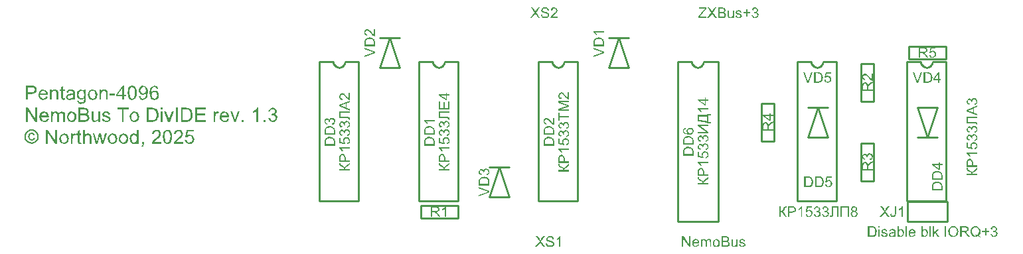
<source format=gto>
G04*
G04  File:            NEMOBUSTODIVIDE-V1.3.GTO, Wed Sep 24 11:25:24 2025*
G04  Source:          P-CAD 2006 PCB, Version 19.02.958, (D:\PCAD-2006\Projects\Pentagon-4096\Hardware\NemoBusToDivIDE-v1.3.PCB)*
G04  Format:          Gerber Format (RS-274-D), ASCII*
G04*
G04  Format Options:  Absolute Positioning*
G04                   Leading-Zero Suppression*
G04                   Scale Factor 1:1*
G04                   NO Circular Interpolation*
G04                   Inch Units*
G04                   Numeric Format: 4.4 (XXXX.XXXX)*
G04                   G54 NOT Used for Aperture Change*
G04                   Apertures Embedded*
G04*
G04  File Options:    Offset = (0.0mil,0.0mil)*
G04                   Drill Symbol Size = 80.0mil*
G04                   No Pad/Via Holes*
G04*
G04  File Contents:   No Pads*
G04                   No Vias*
G04                   Designators*
G04                   Types*
G04                   Values*
G04                   No Drill Symbols*
G04                   Top Silk*
G04*
%INNEMOBUSTODIVIDE-V1.3.GTO*%
%ICAS*%
%MOIN*%
G04*
G04  Aperture MACROs for general use --- invoked via D-code assignment *
G04*
G04  General MACRO for flashed round with rotation and/or offset hole *
%AMROTOFFROUND*
1,1,$1,0.0000,0.0000*
1,0,$2,$3,$4*%
G04*
G04  General MACRO for flashed oval (obround) with rotation and/or offset hole *
%AMROTOFFOVAL*
21,1,$1,$2,0.0000,0.0000,$3*
1,1,$4,$5,$6*
1,1,$4,0-$5,0-$6*
1,0,$7,$8,$9*%
G04*
G04  General MACRO for flashed oval (obround) with rotation and no hole *
%AMROTOVALNOHOLE*
21,1,$1,$2,0.0000,0.0000,$3*
1,1,$4,$5,$6*
1,1,$4,0-$5,0-$6*%
G04*
G04  General MACRO for flashed rectangle with rotation and/or offset hole *
%AMROTOFFRECT*
21,1,$1,$2,0.0000,0.0000,$3*
1,0,$4,$5,$6*%
G04*
G04  General MACRO for flashed rectangle with rotation and no hole *
%AMROTRECTNOHOLE*
21,1,$1,$2,0.0000,0.0000,$3*%
G04*
G04  General MACRO for flashed rounded-rectangle *
%AMROUNDRECT*
21,1,$1,$2-$4,0.0000,0.0000,$3*
21,1,$1-$4,$2,0.0000,0.0000,$3*
1,1,$4,$5,$6*
1,1,$4,$7,$8*
1,1,$4,0-$5,0-$6*
1,1,$4,0-$7,0-$8*
1,0,$9,$10,$11*%
G04*
G04  General MACRO for flashed rounded-rectangle with rotation and no hole *
%AMROUNDRECTNOHOLE*
21,1,$1,$2-$4,0.0000,0.0000,$3*
21,1,$1-$4,$2,0.0000,0.0000,$3*
1,1,$4,$5,$6*
1,1,$4,$7,$8*
1,1,$4,0-$5,0-$6*
1,1,$4,0-$7,0-$8*%
G04*
G04  General MACRO for flashed regular polygon *
%AMREGPOLY*
5,1,$1,0.0000,0.0000,$2,$3+$4*
1,0,$5,$6,$7*%
G04*
G04  General MACRO for flashed regular polygon with no hole *
%AMREGPOLYNOHOLE*
5,1,$1,0.0000,0.0000,$2,$3+$4*%
G04*
G04  General MACRO for target *
%AMTARGET*
6,0,0,$1,$2,$3,4,$4,$5,$6*%
G04*
G04  General MACRO for mounting hole *
%AMMTHOLE*
1,1,$1,0,0*
1,0,$2,0,0*
$1=$1-$2*
$1=$1/2*
21,1,$2+$1,$3,0,0,$4*
21,1,$3,$2+$1,0,0,$4*%
G04*
G04*
G04  D10 : "Ellipse X10.0mil Y10.0mil H0.0mil 0.0deg (0.0mil,0.0mil) Draw"*
G04  Disc: OuterDia=0.0100*
%ADD10C, 0.0100*%
G04  D11 : "Ellipse X30.7mil Y30.7mil H0.0mil 0.0deg (0.0mil,0.0mil) Draw"*
G04  Disc: OuterDia=0.0307*
%ADD11C, 0.0307*%
G04  D12 : "Ellipse X40.0mil Y40.0mil H0.0mil 0.0deg (0.0mil,0.0mil) Draw"*
G04  Disc: OuterDia=0.0400*
%ADD12C, 0.0400*%
G04  D13 : "Ellipse X5.0mil Y5.0mil H0.0mil 0.0deg (0.0mil,0.0mil) Draw"*
G04  Disc: OuterDia=0.0050*
%ADD13C, 0.0050*%
G04  D14 : "Ellipse X6.0mil Y6.0mil H0.0mil 0.0deg (0.0mil,0.0mil) Draw"*
G04  Disc: OuterDia=0.0060*
%ADD14C, 0.0060*%
G04  D15 : "Ellipse X7.0mil Y7.0mil H0.0mil 0.0deg (0.0mil,0.0mil) Draw"*
G04  Disc: OuterDia=0.0070*
%ADD15C, 0.0070*%
G04  D16 : "Ellipse X9.8mil Y9.8mil H0.0mil 0.0deg (0.0mil,0.0mil) Draw"*
G04  Disc: OuterDia=0.0098*
%ADD16C, 0.0098*%
G04  D17 : "Ellipse X133.0mil Y133.0mil H0.0mil 0.0deg (0.0mil,0.0mil) Flash"*
G04  Disc: OuterDia=0.1330*
%ADD17C, 0.1330*%
G04  D18 : "Ellipse X50.0mil Y50.0mil H0.0mil 0.0deg (0.0mil,0.0mil) Flash"*
G04  Disc: OuterDia=0.0500*
%ADD18C, 0.0500*%
G04  D19 : "Ellipse X64.0mil Y64.0mil H0.0mil 0.0deg (0.0mil,0.0mil) Flash"*
G04  Disc: OuterDia=0.0640*
%ADD19C, 0.0640*%
G04  D20 : "Ellipse X65.0mil Y65.0mil H0.0mil 0.0deg (0.0mil,0.0mil) Flash"*
G04  Disc: OuterDia=0.0650*
%ADD20C, 0.0650*%
G04  D21 : "Ellipse X79.0mil Y79.0mil H0.0mil 0.0deg (0.0mil,0.0mil) Flash"*
G04  Disc: OuterDia=0.0790*
%ADD21C, 0.0790*%
G04  D22 : "Mounting Hole X118.0mil Y118.0mil H0.0mil 0.0deg (0.0mil,0.0mil) Flash"*
G04  Mounting Hole: Diameter=0.1180, Rotation=0.0, LineWidth=0.0050 *
%ADD22MTHOLE, 0.1180 X0.0980 X0.0050 X0.0*%
G04  D23 : "Rounded Rectangle X61.5mil Y275.6mil H0.0mil 0.0deg (0.0mil,0.0mil) Flash"*
G04  RoundRct: DimX=0.0615, DimY=0.2756, CornerRad=0.0154, Rotation=0.0, OffsetX=0.0000, OffsetY=0.0000, HoleDia=0.0000 *
%ADD23ROUNDRECTNOHOLE, 0.0615 X0.2756 X0.0 X0.0308 X-0.0154 X-0.1224 X-0.0154 X0.1224*%
G04  D24 : "Rounded Rectangle X76.5mil Y290.6mil H0.0mil 0.0deg (0.0mil,0.0mil) Flash"*
G04  RoundRct: DimX=0.0765, DimY=0.2906, CornerRad=0.0191, Rotation=0.0, OffsetX=0.0000, OffsetY=0.0000, HoleDia=0.0000 *
%ADD24ROUNDRECTNOHOLE, 0.0765 X0.2906 X0.0 X0.0382 X-0.0191 X-0.1262 X-0.0191 X0.1262*%
G04  D25 : "Rectangle X50.0mil Y50.0mil H0.0mil 0.0deg (0.0mil,0.0mil) Flash"*
G04  Square: Side=0.0500, Rotation=0.0, OffsetX=0.0000, OffsetY=0.0000, HoleDia=0.0000*
%ADD25R, 0.0500 X0.0500*%
G04  D26 : "Rectangle X64.0mil Y64.0mil H0.0mil 0.0deg (0.0mil,0.0mil) Flash"*
G04  Square: Side=0.0640, Rotation=0.0, OffsetX=0.0000, OffsetY=0.0000, HoleDia=0.0000*
%ADD26R, 0.0640 X0.0640*%
G04  D27 : "Rectangle X65.0mil Y65.0mil H0.0mil 0.0deg (0.0mil,0.0mil) Flash"*
G04  Square: Side=0.0650, Rotation=0.0, OffsetX=0.0000, OffsetY=0.0000, HoleDia=0.0000*
%ADD27R, 0.0650 X0.0650*%
G04  D28 : "Rectangle X79.0mil Y79.0mil H0.0mil 0.0deg (0.0mil,0.0mil) Flash"*
G04  Square: Side=0.0790, Rotation=0.0, OffsetX=0.0000, OffsetY=0.0000, HoleDia=0.0000*
%ADD28R, 0.0790 X0.0790*%
G04  D29 : "Ellipse X30.0mil Y30.0mil H0.0mil 0.0deg (0.0mil,0.0mil) Flash"*
G04  Disc: OuterDia=0.0300*
%ADD29C, 0.0300*%
G04  D30 : "Ellipse X45.0mil Y45.0mil H0.0mil 0.0deg (0.0mil,0.0mil) Flash"*
G04  Disc: OuterDia=0.0450*
%ADD30C, 0.0450*%
G04*
%FSLAX44Y44*%
%SFA1B1*%
%OFA0.0000B0.0000*%
G04*
G70*
G90*
G01*
D2*
%LNTop Silk*%
%LPD*%
D10*
D15*
X36531Y45951*
X36629Y45966D1*
X36717Y46008*
X36789Y46075*
X36838Y46160*
X36860Y46256*
X36853Y46354*
X36817Y46445*
X36756Y46522*
X36674Y46577*
X36581Y46606*
X36482*
X36388Y46577*
X36307Y46522*
X36246Y46445*
X36210Y46354*
X36203Y46256*
X36225Y46160*
X36274Y46075*
X36346Y46008*
X36434Y45966*
X36531Y45951*
D2*
D10*
X73187Y46062*
X73812D1*
X73187Y47937D2*
X73812D1*
Y46062*
X73187D2*
Y47937D1*
X78187Y44062D2*
X78812D1*
X78187Y45937D2*
X78812D1*
Y44062*
X78187D2*
Y45937D1*
X75500Y46250D2*
X76500D1*
X75500Y47750D2*
X76500D1*
X75500Y46250D2*
X76000Y47750D1*
X76500Y46250*
X78187Y48062D2*
X78812D1*
X78187Y49937D2*
X78812D1*
Y48062*
X78187D2*
Y49937D1*
X57937Y42187D2*
Y42812D1*
X56062Y42187D2*
Y42812D1*
X57937*
Y42187D2*
X56062D1*
X59500Y43250D2*
X60500D1*
X59500Y44750D2*
X60500D1*
X59500Y43250D2*
X60000Y44750D1*
X60500Y43250*
X80500Y42000D2*
Y43000D1*
X82500D2*
Y42000D1*
X80500*
Y43000D2*
X82500D1*
X80562Y50812D2*
Y50187D1*
X82437Y50812D2*
Y50187D1*
X80562*
Y50812D2*
X82437D1*
D2*
D16*
X52276Y50051*
X52261Y49958D1*
X52219Y49874*
X52152Y49808*
X52069Y49765*
X51976Y49751*
X51883Y49765*
X51800Y49808*
X51733Y49874*
X51691Y49958*
X51676Y50051*
X52276D2*
X52960D1*
X50992Y43043D2*
Y50051D1*
X52960D2*
Y43043D1*
X50992Y50051D2*
X51676D1*
X52960Y43043D2*
X50992D1*
D2*
D10*
D16*
X56676Y50051*
X56691Y49958D1*
X56733Y49874*
X56800Y49808*
X56883Y49765*
X56976Y49751*
X57069Y49765*
X57152Y49808*
X57219Y49874*
X57261Y49958*
X57276Y50051*
X57960*
X55992Y43043D2*
Y50051D1*
X57960D2*
Y43043D1*
X55992Y50051D2*
X56676D1*
X57960Y43043D2*
X55992D1*
D2*
D10*
X54000Y49750*
X55000D1*
X54000Y51250D2*
X55000D1*
X54000Y49750D2*
X54500Y51250D1*
X55000Y49750*
D2*
D16*
X69676Y50051*
X69691Y49958D1*
X69733Y49874*
X69800Y49808*
X69883Y49765*
X69976Y49751*
X70069Y49765*
X70152Y49808*
X70219Y49874*
X70261Y49958*
X70276Y50051*
X71000*
X68992Y42000D2*
Y50051D1*
X71000D2*
Y42000D1*
X68992Y50051D2*
X69676D1*
X71000Y42000D2*
X69000D1*
D2*
D10*
X65500Y49750*
X66500D1*
X65500Y51250D2*
X66500D1*
X65500Y49750D2*
X66000Y51250D1*
X66500Y49750*
X82000Y47750D2*
X81000D1*
X82000Y46250D2*
X81000D1*
X82000Y47750D2*
X81500Y46250D1*
X81000Y47750*
D2*
D16*
X76276Y50051*
X76261Y49958D1*
X76219Y49874*
X76152Y49808*
X76069Y49765*
X75976Y49751*
X75883Y49765*
X75800Y49808*
X75733Y49874*
X75691Y49958*
X75676Y50051*
X76276D2*
X76960D1*
X74992Y43043D2*
Y50051D1*
X76960D2*
Y43043D1*
X74992Y50051D2*
X75676D1*
X76960Y43043D2*
X74992D1*
D2*
D10*
D16*
X81176Y50051*
X81191Y49958D1*
X81233Y49874*
X81300Y49808*
X81383Y49765*
X81476Y49751*
X81569Y49765*
X81652Y49808*
X81719Y49874*
X81761Y49958*
X81776Y50051*
X82460*
X80492Y43043D2*
Y50051D1*
X82460D2*
Y43043D1*
X80492Y50051D2*
X81176D1*
X82460Y43043D2*
X80492D1*
D2*
D10*
D16*
X63276Y50051*
X63261Y49958D1*
X63219Y49874*
X63152Y49808*
X63069Y49765*
X62976Y49751*
X62883Y49765*
X62800Y49808*
X62733Y49874*
X62691Y49958*
X62676Y50051*
X63276D2*
X63960D1*
X61992Y43043D2*
Y50051D1*
X63960D2*
Y43043D1*
X61992Y50051D2*
X62676D1*
X63960Y43043D2*
X61992D1*
D2*
D10*
%LNTop Silk_POS_GLYPHS*%
%LPD*%
G36*
X36631Y46228*
X36695Y46219D1*
X36665Y46151*
X36641Y46116*
X36576Y46088*
X36534Y46078*
X36451Y46104*
X36407Y46130*
X36371Y46217*
X36359Y46278*
X36369Y46348*
X36379Y46387*
X36416Y46435*
X36442Y46458*
X36499Y46476*
X36535Y46482*
X36602Y46466*
X36637Y46449*
X36673Y46396*
X36689Y46359*
X36626Y46350*
X36607Y46389*
X36593Y46408*
X36560Y46423*
X36538Y46428*
X36485Y46410*
X36457Y46392*
X36434Y46327*
X36426Y46280*
X36441Y46204*
X36456Y46167*
X36502Y46141*
X36533Y46132*
X36575Y46144*
X36598Y46156*
X36620Y46198*
X36631Y46228*
G37*
G36*
X37248Y45914D2*
Y46625D1*
X37343*
X37719Y46066*
Y46625*
X37808*
Y45914*
X37712*
X37338Y46472*
Y45914*
X37248*
G37*
G36*
X37922Y46171D2*
X37962Y46313D1*
X38002Y46384*
X38099Y46427*
X38163Y46441*
X38276Y46406*
X38337Y46371*
X38388Y46258*
X38405Y46179*
X38390Y46076*
X38375Y46022*
X38324Y45964*
X38288Y45934*
X38211Y45910*
X38163Y45902*
X38049Y45937*
X37989Y45972*
X37939Y46089*
X37922Y46171*
G37*
G36*
X38506Y45914D2*
Y46430D1*
X38584*
Y46352*
X38619Y46401*
X38639Y46423*
X38673Y46437*
X38695Y46441*
X38752Y46427*
X38786Y46413*
X38754Y46332*
X38714Y46347*
X38690Y46352*
X38657Y46343*
X38639Y46334*
X38617Y46306*
X38607Y46286*
X38596Y46223*
X38593Y46184*
Y45914*
X38506*
G37*
G36*
X39028Y45992D2*
X39039Y45915D1*
X38997Y45910*
X38973Y45908*
X38924Y45915*
X38899Y45922*
X38874Y45946*
X38863Y45961*
X38855Y46019*
X38853Y46065*
Y46362*
X38789*
Y46430*
X38853*
Y46556*
X38940Y46609*
Y46430*
X39028*
Y46362*
X38940*
Y46060*
X38942Y46027*
X38944Y46012*
X38952Y46001*
X38959Y45995*
X38976Y45991*
X38988Y45989*
X39012Y45991*
X39028Y45992*
G37*
G36*
X39114Y45914D2*
Y46625D1*
X39201*
Y46370*
X39292Y46423*
X39354Y46441*
X39418Y46430*
X39454Y46418*
X39495Y46381*
X39515Y46355*
X39529Y46288*
X39533Y46240*
Y45914*
X39446*
Y46240*
X39432Y46304*
X39417Y46336*
X39370Y46358*
X39336Y46366*
X39290Y46355*
X39263Y46345*
X39230Y46313*
X39215Y46290*
X39204Y46234*
X39201Y46195*
Y45914*
X39114*
G37*
G36*
X39758D2*
X39602Y46430D1*
X39693*
X39775Y46132*
X39806Y46020*
X39819Y46076*
X39831Y46126*
X39915Y46430*
X40003*
X40081Y46129*
X40106Y46032*
X40136Y46130*
X40227Y46430*
X40311*
X40147Y45914*
X40058*
X39977Y46222*
X39955Y46311*
X39851Y45914*
X39758*
G37*
G36*
X40351Y46171D2*
X40391Y46313D1*
X40430Y46384*
X40527Y46427*
X40591Y46441*
X40705Y46406*
X40765Y46371*
X40816Y46258*
X40833Y46179*
X40818Y46076*
X40803Y46022*
X40752Y45964*
X40716Y45934*
X40640Y45910*
X40591Y45902*
X40478Y45937*
X40417Y45972*
X40367Y46089*
X40351Y46171*
G37*
G36*
X40904D2*
X40943Y46313D1*
X40983Y46384*
X41080Y46427*
X41144Y46441*
X41258Y46406*
X41318Y46371*
X41369Y46258*
X41386Y46179*
X41371Y46076*
X41356Y46022*
X41305Y45964*
X41269Y45934*
X41192Y45910*
X41144Y45902*
X41030Y45937*
X40970Y45972*
X40920Y46089*
X40904Y46171*
G37*
G36*
X41822Y45914D2*
Y45978D1*
X41738Y45921*
X41678Y45902*
X41606Y45919*
X41564Y45936*
X41512Y45992*
X41485Y46031*
X41463Y46116*
X41456Y46171*
X41469Y46260*
X41482Y46311*
X41527Y46375*
X41559Y46407*
X41629Y46433*
X41674Y46441*
X41727Y46431*
X41756Y46421*
X41795Y46391*
X41816Y46371*
Y46625*
X41903*
Y45914*
X41822*
G37*
G36*
X42064D2*
Y46014D1*
X42164*
Y45914*
X42154Y45857*
X42143Y45826*
X42107Y45791*
X42081Y45773*
X42058Y45810*
X42085Y45832*
X42098Y45847*
X42109Y45886*
X42113Y45914*
X42064*
G37*
G36*
X43029Y45998D2*
Y45914D1*
X42558*
X42562Y45952*
X42567Y45974*
X42601Y46034*
X42625Y46069*
X42692Y46134*
X42740Y46176*
X42847Y46276*
X42896Y46328*
X42928Y46394*
X42938Y46432*
X42919Y46489*
X42900Y46520*
X42843Y46547*
X42804Y46556*
X42737Y46537*
X42702Y46518*
X42674Y46456*
X42664Y46413*
X42575Y46422*
X42611Y46523*
X42644Y46575*
X42739Y46615*
X42805Y46628*
X42912Y46600*
X42967Y46571*
X43013Y46486*
X43028Y46430*
X43019Y46378*
X43010Y46346*
X42976Y46293*
X42951Y46260*
X42875Y46186*
X42818Y46134*
X42747Y46073*
X42716Y46045*
X42692Y46016*
X42680Y45998*
X43029*
G37*
G36*
X43122Y46265D2*
X43135Y46397D1*
X43148Y46467*
X43193Y46546*
X43225Y46586*
X43302Y46618*
X43354Y46628*
X43419Y46616*
X43455Y46605*
X43501Y46566*
X43526Y46538*
X43555Y46474*
X43570Y46432*
X43583Y46333*
X43587Y46265*
X43574Y46132*
X43561Y46062*
X43515Y45984*
X43483Y45944*
X43406Y45913*
X43354Y45902*
X43248Y45939*
X43193Y45975*
X43140Y46142*
X43122Y46265*
G37*
G36*
X44134Y45998D2*
Y45914D1*
X43664*
X43668Y45952*
X43673Y45974*
X43706Y46034*
X43731Y46069*
X43798Y46134*
X43845Y46176*
X43952Y46276*
X44002Y46328*
X44033Y46394*
X44044Y46432*
X44025Y46489*
X44006Y46520*
X43948Y46547*
X43909Y46556*
X43842Y46537*
X43807Y46518*
X43779Y46456*
X43770Y46413*
X43680Y46422*
X43717Y46523*
X43749Y46575*
X43845Y46615*
X43910Y46628*
X44017Y46600*
X44073Y46571*
X44118Y46486*
X44133Y46430*
X44124Y46378*
X44115Y46346*
X44082Y46293*
X44057Y46260*
X43980Y46186*
X43923Y46134*
X43853Y46073*
X43822Y46045*
X43798Y46016*
X43785Y45998*
X44134*
G37*
G36*
X44228Y46101D2*
X44320Y46107D1*
X44345Y46041*
X44366Y46007*
X44421Y45982*
X44457Y45974*
X44527Y45998*
X44564Y46021*
X44597Y46096*
X44608Y46147*
X44587Y46225*
X44566Y46266*
X44499Y46298*
X44454Y46309*
X44406Y46299*
X44378Y46290*
X44343Y46259*
X44325Y46239*
X44243Y46251*
X44312Y46616*
X44667*
Y46533*
X44380*
X44343Y46341*
X44426Y46375*
X44477Y46386*
X44580Y46354*
X44635Y46322*
X44684Y46222*
X44700Y46155*
X44671Y46047*
X44642Y45988*
X44532Y45924*
X44456Y45902*
X44352Y45929*
X44297Y45956*
X44247Y46042*
X44228Y46101*
G37*
G36*
X36249Y48133D2*
Y48844D1*
X36517*
X36589Y48841*
X36625Y48837*
X36682Y48818*
X36712Y48803*
X36750Y48763*
X36770Y48735*
X36786Y48676*
X36792Y48638*
X36763Y48539*
X36734Y48485*
X36615Y48438*
X36526Y48422*
X36344*
Y48133*
X36249*
G37*
G36*
X37254Y48299D2*
X37343Y48288D1*
X37299Y48207*
X37265Y48165*
X37176Y48132*
X37117Y48121*
X36998Y48156*
X36937Y48191*
X36888Y48306*
X36871Y48386*
X36904Y48519*
X36938Y48588*
X37041Y48642*
X37112Y48660*
X37222Y48625*
X37281Y48589*
X37331Y48473*
X37347Y48391*
X37346Y48378*
X37346Y48368*
X36961*
X36985Y48282*
X37008Y48238*
X37073Y48204*
X37117Y48193*
X37170Y48206*
X37199Y48218*
X37235Y48265*
X37254Y48299*
G37*
G36*
X37453Y48133D2*
Y48649D1*
X37531*
Y48574*
X37627Y48639*
X37695Y48660*
X37750Y48652*
X37782Y48643*
X37821Y48616*
X37840Y48599*
X37859Y48560*
X37868Y48535*
X37872Y48486*
X37873Y48449*
Y48133*
X37786*
Y48446*
X37781Y48499*
X37775Y48526*
X37754Y48554*
X37739Y48569*
X37702Y48581*
X37677Y48585*
X37615Y48567*
X37581Y48549*
X37550Y48473*
X37540Y48414*
Y48133*
X37453*
G37*
G36*
X38197Y48211D2*
X38208Y48134D1*
X38166Y48129*
X38142Y48127*
X38093Y48134*
X38068Y48141*
X38043Y48165*
X38032Y48180*
X38024Y48238*
X38021Y48284*
Y48581*
X37957*
Y48649*
X38021*
Y48775*
X38108Y48828*
Y48649*
X38197*
Y48581*
X38108*
Y48279*
X38111Y48246*
X38113Y48231*
X38121Y48220*
X38128Y48214*
X38145Y48210*
X38157Y48208*
X38181Y48210*
X38197Y48211*
G37*
G36*
X38620Y48197D2*
X38562Y48157D1*
X38527Y48138*
X38467Y48126*
X38430Y48121*
X38343Y48142*
X38298Y48162*
X38264Y48226*
X38253Y48269*
X38262Y48313*
X38270Y48338*
X38297Y48371*
X38316Y48388*
X38354Y48407*
X38378Y48417*
X38424Y48425*
X38456Y48430*
X38562Y48448*
X38614Y48461*
X38615Y48476*
X38615Y48482*
X38602Y48533*
X38590Y48558*
X38531Y48581*
X38490Y48589*
X38428Y48578*
X38398Y48567*
X38368Y48523*
X38354Y48490*
X38268Y48501*
X38290Y48559*
X38306Y48589*
X38351Y48624*
X38383Y48642*
X38454Y48656*
X38500Y48660*
X38571Y48652*
X38608Y48644*
X38649Y48621*
X38669Y48605*
X38687Y48570*
X38696Y48546*
X38700Y48500*
X38701Y48464*
Y48348*
X38703Y48241*
X38706Y48194*
X38718Y48156*
X38728Y48133*
X38638*
X38626Y48172*
X38620Y48197*
G37*
G36*
X38819Y48091D2*
X38903Y48079D1*
X38919Y48041*
X38932Y48022*
X38986Y48002*
X39022Y47996*
X39085Y48008*
X39117Y48020*
X39147Y48061*
X39161Y48089*
X39167Y48152*
X39168Y48201*
X39082Y48150*
X39025Y48133*
X38915Y48171*
X38860Y48209*
X38815Y48320*
X38801Y48393*
X38814Y48479*
X38828Y48529*
X38873Y48593*
X38906Y48626*
X38978Y48652*
X39025Y48660*
X39123Y48623*
X39176Y48586*
Y48649*
X39255*
Y48202*
X39243Y48088*
X39231Y48033*
X39186Y47981*
X39153Y47954*
X39074Y47932*
X39022Y47924*
X38925Y47945*
X38874Y47966*
X38832Y48039*
X38819Y48091*
G37*
G36*
X39356Y48390D2*
X39396Y48532D1*
X39435Y48603*
X39533Y48646*
X39597Y48660*
X39710Y48625*
X39771Y48590*
X39821Y48477*
X39838Y48398*
X39823Y48295*
X39808Y48241*
X39757Y48183*
X39721Y48153*
X39645Y48129*
X39597Y48121*
X39483Y48156*
X39423Y48191*
X39373Y48308*
X39356Y48390*
G37*
G36*
X39941Y48133D2*
Y48649D1*
X40019*
Y48574*
X40115Y48639*
X40183Y48660*
X40238Y48652*
X40269Y48643*
X40308Y48616*
X40328Y48599*
X40346Y48560*
X40355Y48535*
X40359Y48486*
X40360Y48449*
Y48133*
X40273*
Y48446*
X40268Y48499*
X40263Y48526*
X40242Y48554*
X40226Y48569*
X40189Y48581*
X40165Y48585*
X40102Y48567*
X40068Y48549*
X40038Y48473*
X40028Y48414*
Y48133*
X39941*
G37*
G36*
X40459Y48347D2*
Y48435D1*
X40728*
Y48347*
X40459*
G37*
G36*
X41079Y48133D2*
Y48303D1*
X40770*
Y48384*
X41095Y48843*
X41167*
Y48384*
X41262*
Y48303*
X41167*
Y48133*
X41079*
G37*
G36*
X41352Y48484D2*
X41365Y48616D1*
X41378Y48686*
X41422Y48765*
X41454Y48805*
X41532Y48837*
X41584Y48847*
X41649Y48835*
X41685Y48824*
X41731Y48785*
X41756Y48757*
X41785Y48693*
X41800Y48651*
X41812Y48552*
X41817Y48484*
X41803Y48351*
X41790Y48281*
X41745Y48203*
X41713Y48163*
X41635Y48132*
X41584Y48121*
X41477Y48158*
X41422Y48194*
X41370Y48361*
X41352Y48484*
G37*
G36*
X41916Y48298D2*
X42001Y48304D1*
X42023Y48247*
X42041Y48219*
X42087Y48200*
X42118Y48193*
X42164Y48202*
X42189Y48211*
X42221Y48240*
X42239Y48260*
X42260Y48310*
X42271Y48344*
X42281Y48410*
X42285Y48450*
Y48461*
Y48468*
X42242Y48424*
X42213Y48400*
X42152Y48381*
X42115Y48375*
X42018Y48406*
X41966Y48438*
X41920Y48538*
X41905Y48606*
X41936Y48721*
X41968Y48781*
X42064Y48830*
X42127Y48847*
X42208Y48828*
X42254Y48809*
X42312Y48746*
X42342Y48702*
X42364Y48585*
X42372Y48503*
X42357Y48360*
X42342Y48286*
X42290Y48204*
X42253Y48163*
X42170Y48132*
X42116Y48121*
X42027Y48145*
X41980Y48168*
X41935Y48244*
X41916Y48298*
G37*
G36*
X42913Y48670D2*
X42826Y48664D1*
X42806Y48714*
X42793Y48738*
X42740Y48766*
X42704Y48775*
X42657Y48763*
X42630Y48751*
X42587Y48700*
X42565Y48664*
X42547Y48568*
X42541Y48500*
X42587Y48548*
X42617Y48571*
X42677Y48589*
X42713Y48595*
X42810Y48563*
X42863Y48530*
X42909Y48431*
X42925Y48363*
X42910Y48285*
X42895Y48239*
X42848Y48181*
X42815Y48152*
X42745Y48129*
X42701Y48121*
X42584Y48161*
X42522Y48201*
X42471Y48354*
X42454Y48466*
X42491Y48667*
X42529Y48765*
X42636Y48826*
X42710Y48847*
X42800Y48823*
X42848Y48800*
X42894Y48723*
X42913Y48670*
G37*
G36*
X36248Y47022D2*
Y47733D1*
X36343*
X36719Y47174*
Y47733*
X36808*
Y47022*
X36712*
X36338Y47580*
Y47022*
X36248*
G37*
G36*
X37307Y47188D2*
X37397Y47177D1*
X37353Y47095*
X37318Y47054*
X37230Y47021*
X37171Y47010*
X37052Y47045*
X36991Y47079*
X36941Y47195*
X36925Y47275*
X36958Y47408*
X36991Y47477*
X37095Y47531*
X37165Y47549*
X37276Y47514*
X37335Y47478*
X37384Y47361*
X37401Y47280*
X37400Y47267*
X37400Y47257*
X37014*
X37039Y47171*
X37062Y47127*
X37127Y47093*
X37171Y47082*
X37224Y47094*
X37253Y47107*
X37289Y47154*
X37307Y47188*
G37*
G36*
X37507Y47022D2*
Y47538D1*
X37585*
Y47465*
X37623Y47505*
X37649Y47526*
X37705Y47543*
X37741Y47549*
X37802Y47537*
X37834Y47525*
X37869Y47485*
X37886Y47458*
X37981Y47526*
X38046Y47549*
X38124Y47528*
X38164Y47506*
X38195Y47430*
X38206Y47375*
Y47022*
X38119*
Y47346*
X38114Y47396*
X38110Y47421*
X38092Y47446*
X38078Y47459*
X38047Y47470*
X38027Y47474*
X37967Y47455*
X37936Y47437*
X37909Y47370*
X37900Y47321*
Y47022*
X37813*
Y47356*
X37802Y47415*
X37791Y47444*
X37750Y47466*
X37721Y47474*
X37678Y47464*
X37654Y47454*
X37623Y47420*
X37608Y47397*
X37598Y47334*
X37594Y47289*
Y47022*
X37507*
G37*
G36*
X38302Y47279D2*
X38341Y47421D1*
X38381Y47491*
X38478Y47535*
X38542Y47549*
X38656Y47514*
X38716Y47479*
X38767Y47366*
X38784Y47287*
X38769Y47183*
X38754Y47130*
X38703Y47072*
X38667Y47042*
X38590Y47018*
X38542Y47010*
X38428Y47045*
X38368Y47079*
X38318Y47197*
X38302Y47279*
G37*
G36*
X38894Y47022D2*
Y47733D1*
X39160*
X39246Y47722*
X39291Y47712*
X39342Y47673*
X39369Y47645*
X39390Y47586*
X39397Y47550*
X39384Y47497*
X39372Y47465*
X39328Y47423*
X39297Y47401*
X39363Y47363*
X39396Y47335*
X39423Y47270*
X39431Y47228*
X39421Y47169*
X39410Y47135*
X39378Y47091*
X39357Y47069*
X39311Y47045*
X39280Y47033*
X39211Y47025*
X39165Y47022*
X38894*
G37*
G36*
X39887D2*
Y47097D1*
X39790Y47032*
X39723Y47010*
X39669Y47019*
X39638Y47028*
X39599Y47054*
X39580Y47071*
X39562Y47110*
X39553Y47136*
X39549Y47183*
X39548Y47218*
Y47538*
X39635*
Y47251*
X39637Y47188*
X39640Y47159*
X39659Y47123*
X39675Y47105*
X39715Y47091*
X39741Y47086*
X39787Y47096*
X39814Y47106*
X39847Y47138*
X39863Y47160*
X39874Y47219*
X39878Y47261*
Y47538*
X39965*
Y47022*
X39887*
G37*
G36*
X40067Y47175D2*
X40153Y47190D1*
X40175Y47136*
X40193Y47110*
X40248Y47089*
X40286Y47082*
X40346Y47094*
X40376Y47106*
X40398Y47141*
X40405Y47164*
X40392Y47194*
X40378Y47210*
X40329Y47228*
X40289Y47239*
X40198Y47267*
X40156Y47282*
X40119Y47311*
X40100Y47331*
X40086Y47373*
X40081Y47399*
X40089Y47440*
X40097Y47463*
X40122Y47495*
X40139Y47512*
X40172Y47529*
X40195Y47538*
X40242Y47546*
X40271Y47549*
X40339Y47540*
X40377Y47531*
X40422Y47503*
X40445Y47484*
X40466Y47437*
X40476Y47404*
X40390Y47393*
X40371Y47434*
X40355Y47455*
X40309Y47472*
X40277Y47477*
X40219Y47467*
X40192Y47457*
X40172Y47428*
X40166Y47410*
X40171Y47391*
X40176Y47380*
X40195Y47364*
X40209Y47356*
X40251Y47344*
X40286Y47334*
X40374Y47307*
X40416Y47293*
X40454Y47267*
X40474Y47248*
X40489Y47203*
X40495Y47173*
X40482Y47121*
X40469Y47090*
X40426Y47051*
X40396Y47031*
X40329Y47015*
X40286Y47010*
X40185Y47031*
X40134Y47052*
X40088Y47124*
X40067Y47175*
G37*
G36*
X41067Y47022D2*
Y47649D1*
X40833*
Y47733*
X41396*
Y47649*
X41161*
Y47022*
X41067*
G37*
G36*
X41449Y47279D2*
X41489Y47421D1*
X41529Y47491*
X41626Y47535*
X41690Y47549*
X41803Y47514*
X41864Y47479*
X41915Y47366*
X41932Y47287*
X41917Y47183*
X41902Y47130*
X41851Y47072*
X41815Y47042*
X41738Y47018*
X41690Y47010*
X41576Y47045*
X41516Y47079*
X41466Y47197*
X41449Y47279*
G37*
G36*
X42322Y47022D2*
Y47733D1*
X42566*
X42650Y47728*
X42693Y47723*
X42760Y47694*
X42797Y47672*
X42853Y47599*
X42881Y47550*
X42902Y47447*
X42909Y47381*
X42900Y47289*
X42890Y47237*
X42861Y47169*
X42841Y47133*
X42802Y47091*
X42777Y47069*
X42725Y47045*
X42692Y47033*
X42622Y47025*
X42578Y47022*
X42322*
G37*
G36*
X43028Y47633D2*
Y47733D1*
X43115*
Y47633*
X43028*
G37*
G36*
Y47022D2*
Y47538D1*
X43115*
Y47022*
X43028*
G37*
G36*
X43388D2*
X43193Y47538D1*
X43285*
X43395Y47228*
X43417Y47164*
X43429Y47124*
X43448Y47184*
X43461Y47223*
X43575Y47538*
X43665*
X43471Y47022*
X43388*
G37*
G36*
X43770D2*
Y47733D1*
X43865*
Y47022*
X43770*
G37*
G36*
X44031D2*
Y47733D1*
X44276*
X44360Y47728*
X44402Y47723*
X44469Y47694*
X44506Y47672*
X44562Y47599*
X44591Y47550*
X44612Y47447*
X44619Y47381*
X44609Y47289*
X44599Y47237*
X44570Y47169*
X44551Y47133*
X44511Y47091*
X44486Y47069*
X44435Y47045*
X44401Y47033*
X44332Y47025*
X44287Y47022*
X44031*
G37*
G36*
X44752D2*
Y47733D1*
X45264*
Y47649*
X44846*
Y47433*
X45237*
Y47348*
X44846*
Y47106*
X45280*
Y47022*
X44752*
G37*
G36*
X45674D2*
Y47538D1*
X45752*
Y47459*
X45787Y47509*
X45807Y47531*
X45842Y47545*
X45864Y47549*
X45920Y47535*
X45954Y47521*
X45923Y47440*
X45883Y47455*
X45859Y47459*
X45826Y47451*
X45807Y47442*
X45786Y47414*
X45775Y47394*
X45765Y47331*
X45761Y47292*
Y47022*
X45674*
G37*
G36*
X46359Y47188D2*
X46448Y47177D1*
X46404Y47095*
X46370Y47054*
X46281Y47021*
X46222Y47010*
X46104Y47045*
X46042Y47079*
X45993Y47195*
X45976Y47275*
X46010Y47408*
X46043Y47477*
X46146Y47531*
X46217Y47549*
X46327Y47514*
X46386Y47478*
X46436Y47361*
X46452Y47280*
X46452Y47267*
X46451Y47257*
X46066*
X46090Y47171*
X46113Y47127*
X46178Y47093*
X46222Y47082*
X46275Y47094*
X46304Y47107*
X46340Y47154*
X46359Y47188*
G37*
G36*
X46699Y47022D2*
X46505Y47538D1*
X46597*
X46707Y47228*
X46728Y47164*
X46740Y47124*
X46759Y47184*
X46772Y47223*
X46886Y47538*
X46977*
X46782Y47022*
X46699*
G37*
G36*
X47079D2*
Y47122D1*
X47179*
Y47022*
X47079*
G37*
G36*
X47913D2*
X47826D1*
Y47577*
X47777Y47540*
X47743Y47518*
X47684Y47487*
X47651Y47472*
Y47557*
X47733Y47607*
X47779Y47640*
X47832Y47700*
X47857Y47736*
X47913*
Y47022*
G37*
G36*
X48185D2*
Y47122D1*
X48285*
Y47022*
X48185*
G37*
G36*
X48414Y47210D2*
X48501Y47221D1*
X48529Y47150*
X48551Y47115*
X48604Y47090*
X48640Y47082*
X48708Y47103*
X48745Y47124*
X48777Y47187*
X48787Y47229*
X48768Y47294*
X48748Y47328*
X48687Y47358*
X48647Y47367*
X48610Y47363*
X48585Y47358*
X48595Y47435*
X48605Y47434*
X48610Y47434*
X48673Y47448*
X48710Y47463*
X48744Y47515*
X48755Y47553*
X48739Y47604*
X48723Y47632*
X48672Y47656*
X48638Y47664*
X48582Y47648*
X48553Y47632*
X48523Y47576*
X48510Y47536*
X48423Y47552*
X48463Y47641*
X48495Y47687*
X48580Y47724*
X48636Y47736*
X48704Y47723*
X48743Y47710*
X48793Y47670*
X48819Y47642*
X48838Y47585*
X48845Y47550*
X48832Y47497*
X48820Y47467*
X48777Y47427*
X48746Y47406*
X48811Y47372*
X48844Y47346*
X48871Y47278*
X48879Y47232*
X48845Y47130*
X48811Y47074*
X48708Y47026*
X48639Y47010*
X48538Y47038*
X48483Y47065*
X48433Y47151*
X48414Y47210*
G37*
G36*
X73769Y46589D2*
X73235D1*
Y46826*
X73242Y46897*
X73249Y46934*
X73278Y46973*
X73300Y46993*
X73349Y47010*
X73381Y47016*
X73443Y46997*
X73476Y46979*
X73511Y46913*
X73526Y46865*
X73543Y46894*
X73553Y46908*
X73595Y46945*
X73624Y46966*
X73769Y47058*
Y46971*
X73658Y46900*
X73609Y46866*
X73585Y46849*
X73560Y46826*
X73549Y46813*
X73539Y46793*
X73534Y46781*
X73532Y46758*
X73531Y46742*
Y46660*
X73769*
Y46589*
G37*
G36*
Y47310D2*
X73641D1*
Y47077*
X73580*
X73236Y47321*
Y47375*
X73580*
Y47447*
X73641*
Y47375*
X73769*
Y47310*
G37*
G36*
X78769Y44589D2*
X78235D1*
Y44826*
X78242Y44897*
X78249Y44934*
X78278Y44973*
X78300Y44993*
X78349Y45010*
X78381Y45016*
X78443Y44997*
X78476Y44979*
X78511Y44913*
X78526Y44865*
X78543Y44894*
X78553Y44908*
X78595Y44945*
X78624Y44966*
X78769Y45058*
Y44971*
X78658Y44900*
X78609Y44866*
X78585Y44849*
X78560Y44826*
X78549Y44813*
X78539Y44793*
X78534Y44781*
X78532Y44758*
X78531Y44742*
Y44660*
X78769*
Y44589*
G37*
G36*
X78628Y45100D2*
X78619Y45166D1*
X78673Y45187*
X78699Y45203*
X78717Y45244*
X78724Y45270*
X78708Y45321*
X78692Y45349*
X78645Y45373*
X78613Y45381*
X78565Y45366*
X78539Y45351*
X78517Y45306*
X78509Y45275*
X78513Y45248*
X78516Y45229*
X78458Y45237*
X78459Y45244*
X78459Y45247*
X78449Y45295*
X78438Y45323*
X78399Y45348*
X78370Y45357*
X78331Y45345*
X78310Y45332*
X78292Y45294*
X78286Y45269*
X78298Y45227*
X78310Y45205*
X78353Y45182*
X78383Y45172*
X78371Y45107*
X78304Y45137*
X78269Y45161*
X78242Y45225*
X78233Y45268*
X78242Y45318*
X78252Y45348*
X78282Y45385*
X78303Y45404*
X78346Y45419*
X78372Y45424*
X78412Y45415*
X78435Y45405*
X78465Y45373*
X78481Y45350*
X78506Y45399*
X78525Y45424*
X78577Y45443*
X78611Y45450*
X78688Y45424*
X78729Y45399*
X78765Y45321*
X78777Y45269*
X78757Y45194*
X78736Y45153*
X78671Y45115*
X78628Y45100*
G37*
G36*
X75480Y48992D2*
X75273Y49525D1*
X75350*
X75488Y49137*
X75506Y49081*
X75516Y49049*
X75534Y49104*
X75545Y49137*
X75689Y49525*
X75760*
X75553Y48992*
X75480*
G37*
G36*
X75825D2*
Y49525D1*
X76008*
X76071Y49521*
X76103Y49517*
X76153Y49495*
X76181Y49479*
X76223Y49424*
X76244Y49388*
X76260Y49310*
X76266Y49261*
X76258Y49192*
X76251Y49153*
X76229Y49103*
X76215Y49075*
X76185Y49043*
X76166Y49027*
X76128Y49009*
X76102Y49000*
X76050Y48994*
X76017Y48992*
X75825*
G37*
G36*
X76336Y49132D2*
X76405Y49137D1*
X76424Y49087*
X76439Y49062*
X76480Y49043*
X76507Y49037*
X76559Y49055*
X76587Y49073*
X76612Y49128*
X76620Y49167*
X76604Y49225*
X76589Y49256*
X76539Y49280*
X76506Y49289*
X76469Y49281*
X76448Y49274*
X76422Y49251*
X76409Y49236*
X76347Y49244*
X76399Y49518*
X76664*
Y49456*
X76450*
X76422Y49313*
X76485Y49338*
X76523Y49346*
X76599Y49322*
X76641Y49298*
X76677Y49223*
X76689Y49172*
X76668Y49092*
X76647Y49048*
X76564Y48999*
X76507Y48983*
X76429Y49003*
X76388Y49024*
X76350Y49088*
X76336Y49132*
G37*
G36*
X78769Y48589D2*
X78235D1*
Y48826*
X78242Y48897*
X78249Y48934*
X78278Y48973*
X78300Y48993*
X78349Y49010*
X78381Y49016*
X78443Y48997*
X78476Y48979*
X78511Y48913*
X78526Y48865*
X78543Y48894*
X78553Y48908*
X78595Y48945*
X78624Y48966*
X78769Y49058*
Y48971*
X78658Y48900*
X78609Y48866*
X78585Y48849*
X78560Y48826*
X78549Y48813*
X78539Y48793*
X78534Y48781*
X78532Y48758*
X78531Y48742*
Y48660*
X78769*
Y48589*
G37*
G36*
X78705Y49444D2*
X78769D1*
Y49091*
X78740Y49094*
X78724Y49098*
X78679Y49123*
X78652Y49141*
X78603Y49192*
X78572Y49227*
X78497Y49308*
X78458Y49345*
X78408Y49368*
X78380Y49376*
X78337Y49362*
X78313Y49348*
X78293Y49304*
X78286Y49275*
X78301Y49225*
X78315Y49199*
X78362Y49178*
X78394Y49171*
X78387Y49103*
X78311Y49131*
X78273Y49155*
X78243Y49227*
X78233Y49276*
X78254Y49356*
X78275Y49398*
X78339Y49432*
X78382Y49443*
X78421Y49437*
X78444Y49430*
X78484Y49405*
X78509Y49386*
X78565Y49328*
X78603Y49286*
X78649Y49233*
X78670Y49209*
X78692Y49192*
X78705Y49182*
Y49444*
G37*
G36*
X56589Y42242D2*
Y42775D1*
X56825*
X56897Y42768*
X56934Y42761*
X56973Y42731*
X56993Y42710*
X57010Y42660*
X57016Y42629*
X56997Y42567*
X56979Y42533*
X56913Y42499*
X56865Y42484*
X56893Y42467*
X56907Y42457*
X56944Y42414*
X56966Y42386*
X57058Y42242*
X56970*
X56900Y42352*
X56866Y42401*
X56849Y42426*
X56826Y42450*
X56813Y42461*
X56793Y42471*
X56781Y42475*
X56758Y42477*
X56741Y42478*
X56659*
Y42242*
X56589*
G37*
G36*
X57345D2*
X57280D1*
Y42659*
X57243Y42630*
X57218Y42613*
X57174Y42590*
X57149Y42579*
Y42642*
X57211Y42680*
X57245Y42705*
X57284Y42750*
X57303Y42777*
X57345*
Y42242*
G37*
G36*
X59519Y43481D2*
X58985Y43274D1*
Y43350*
X59373Y43488*
X59428Y43506*
X59460Y43516*
X59406Y43534*
X59373Y43545*
X58985Y43689*
Y43761*
X59519Y43553*
Y43481*
G37*
G36*
Y43825D2*
X58985D1*
Y44008*
X58988Y44071*
X58992Y44103*
X59014Y44153*
X59031Y44181*
X59085Y44223*
X59122Y44244*
X59199Y44260*
X59249Y44266*
X59318Y44258*
X59357Y44251*
X59408Y44229*
X59435Y44215*
X59467Y44185*
X59484Y44166*
X59501Y44128*
X59510Y44102*
X59517Y44050*
X59519Y44017*
Y43825*
G37*
G36*
X59378Y44337D2*
X59369Y44402D1*
X59423Y44423*
X59449Y44439*
X59467Y44480*
X59474Y44507*
X59458Y44557*
X59442Y44585*
X59395Y44609*
X59363Y44617*
X59315Y44602*
X59289Y44587*
X59267Y44542*
X59259Y44511*
X59263Y44484*
X59266Y44465*
X59208Y44473*
X59209Y44480*
X59209Y44484*
X59199Y44532*
X59188Y44559*
X59149Y44585*
X59120Y44593*
X59081Y44581*
X59060Y44569*
X59042Y44531*
X59036Y44505*
X59048Y44463*
X59060Y44441*
X59103Y44418*
X59133Y44409*
X59121Y44343*
X59054Y44373*
X59019Y44398*
X58992Y44461*
X58983Y44504*
X58992Y44555*
X59002Y44584*
X59032Y44622*
X59053Y44641*
X59096Y44655*
X59122Y44660*
X59162Y44651*
X59185Y44642*
X59215Y44609*
X59231Y44586*
X59256Y44635*
X59275Y44660*
X59327Y44680*
X59361Y44686*
X59438Y44661*
X59479Y44635*
X59515Y44557*
X59527Y44506*
X59507Y44430*
X59486Y44389*
X59421Y44351*
X59378Y44337*
G37*
G36*
X79126Y42242D2*
X79331Y42518D1*
X79149Y42775*
X79233*
X79331Y42637*
X79360Y42594*
X79373Y42573*
X79399Y42611*
X79416Y42634*
X79521Y42775*
X79599*
X79414Y42520*
X79613Y42242*
X79528*
X79393Y42431*
X79379Y42451*
X79370Y42464*
X79354Y42439*
X79346Y42427*
X79211Y42242*
X79126*
G37*
G36*
X79642Y42393D2*
X79706Y42402D1*
X79717Y42345*
X79728Y42318*
X79762Y42301*
X79785Y42296*
X79815Y42302*
X79832Y42308*
X79850Y42327*
X79858Y42340*
X79864Y42379*
X79866Y42407*
Y42775*
X79936*
Y42412*
X79928Y42343*
X79920Y42308*
X79890Y42271*
X79868Y42252*
X79818Y42238*
X79785Y42233*
X79714Y42253*
X79678Y42274*
X79651Y42343*
X79642Y42393*
G37*
G36*
X80271Y42242D2*
X80205D1*
Y42659*
X80168Y42630*
X80143Y42613*
X80099Y42590*
X80075Y42579*
Y42642*
X80136Y42680*
X80170Y42705*
X80209Y42750*
X80228Y42777*
X80271*
Y42242*
G37*
G36*
X78526Y41242D2*
Y41775D1*
X78709*
X78773Y41771*
X78804Y41767*
X78855Y41745*
X78882Y41729*
X78925Y41674*
X78946Y41638*
X78962Y41560*
X78967Y41511*
X78960Y41442*
X78952Y41403*
X78931Y41353*
X78916Y41325*
X78886Y41293*
X78867Y41277*
X78829Y41259*
X78804Y41250*
X78751Y41244*
X78718Y41242*
X78526*
G37*
G36*
X79055Y41700D2*
Y41775D1*
X79121*
Y41700*
X79055*
G37*
G36*
Y41242D2*
Y41628D1*
X79121*
Y41242*
X79055*
G37*
G36*
X79194Y41357D2*
X79259Y41368D1*
X79275Y41328*
X79289Y41308*
X79330Y41292*
X79359Y41287*
X79404Y41296*
X79426Y41305*
X79443Y41331*
X79448Y41347*
X79438Y41371*
X79428Y41383*
X79391Y41396*
X79361Y41405*
X79293Y41425*
X79261Y41436*
X79233Y41458*
X79219Y41473*
X79209Y41505*
X79205Y41525*
X79211Y41555*
X79217Y41573*
X79235Y41597*
X79248Y41610*
X79273Y41622*
X79290Y41628*
X79325Y41635*
X79347Y41637*
X79398Y41630*
X79427Y41623*
X79461Y41602*
X79478Y41588*
X79493Y41552*
X79501Y41528*
X79437Y41519*
X79422Y41550*
X79411Y41566*
X79376Y41579*
X79352Y41583*
X79309Y41575*
X79288Y41567*
X79273Y41546*
X79268Y41533*
X79272Y41518*
X79276Y41510*
X79291Y41499*
X79301Y41493*
X79332Y41483*
X79359Y41475*
X79425Y41456*
X79456Y41445*
X79485Y41425*
X79499Y41410*
X79511Y41377*
X79515Y41355*
X79506Y41316*
X79496Y41293*
X79464Y41264*
X79441Y41249*
X79391Y41237*
X79359Y41233*
X79283Y41249*
X79244Y41264*
X79210Y41319*
X79194Y41357*
G37*
G36*
X79846Y41290D2*
X79802Y41260D1*
X79776Y41246*
X79731Y41236*
X79704Y41233*
X79638Y41249*
X79605Y41264*
X79580Y41311*
X79571Y41343*
X79578Y41376*
X79584Y41395*
X79604Y41420*
X79618Y41432*
X79647Y41447*
X79665Y41454*
X79699Y41460*
X79724Y41464*
X79802Y41478*
X79841Y41487*
X79842Y41498*
X79842Y41503*
X79832Y41542*
X79823Y41560*
X79779Y41577*
X79748Y41583*
X79702Y41575*
X79680Y41567*
X79658Y41534*
X79647Y41509*
X79583Y41518*
X79599Y41561*
X79611Y41583*
X79645Y41609*
X79669Y41623*
X79722Y41633*
X79756Y41637*
X79809Y41631*
X79837Y41625*
X79867Y41607*
X79882Y41595*
X79896Y41569*
X79902Y41551*
X79905Y41517*
X79906Y41491*
Y41403*
X79908Y41323*
X79910Y41288*
X79919Y41259*
X79926Y41242*
X79859*
X79850Y41271*
X79846Y41290*
G37*
G36*
X80068Y41242D2*
X80007D1*
Y41775*
X80073*
Y41584*
X80136Y41623*
X80178Y41637*
X80221Y41629*
X80245Y41622*
X80280Y41598*
X80298Y41582*
X80319Y41544*
X80330Y41519*
X80339Y41471*
X80342Y41441*
X80318Y41339*
X80293Y41287*
X80221Y41247*
X80174Y41233*
X80104Y41262*
X80068Y41290*
Y41242*
G37*
G36*
X80420D2*
Y41775D1*
X80486*
Y41242*
X80420*
G37*
G36*
X80851Y41367D2*
X80918Y41358D1*
X80884Y41297*
X80859Y41266*
X80792Y41241*
X80748Y41233*
X80660Y41259*
X80614Y41285*
X80577Y41371*
X80564Y41431*
X80589Y41531*
X80614Y41583*
X80692Y41623*
X80744Y41637*
X80827Y41610*
X80871Y41584*
X80908Y41497*
X80921Y41436*
X80920Y41426*
X80920Y41419*
X80632*
X80650Y41353*
X80667Y41321*
X80716Y41295*
X80748Y41287*
X80788Y41296*
X80810Y41306*
X80837Y41341*
X80851Y41367*
G37*
G36*
X81268Y41242D2*
X81207D1*
Y41775*
X81272*
Y41584*
X81335Y41623*
X81378Y41637*
X81421Y41629*
X81445Y41622*
X81479Y41598*
X81498Y41582*
X81519Y41544*
X81530Y41519*
X81539Y41471*
X81542Y41441*
X81518Y41339*
X81493Y41287*
X81421Y41247*
X81374Y41233*
X81304Y41262*
X81268Y41290*
Y41242*
G37*
G36*
X81620D2*
Y41775D1*
X81685*
Y41242*
X81620*
G37*
G36*
X81786D2*
Y41775D1*
X81852*
Y41471*
X82006Y41628*
X82092*
X81944Y41484*
X82107Y41242*
X82025*
X81897Y41439*
X81852Y41395*
Y41242*
X81786*
G37*
G36*
X82386D2*
Y41775D1*
X82456*
Y41242*
X82386*
G37*
G36*
X82559Y41501D2*
X82594Y41638D1*
X82630Y41709*
X82739Y41766*
X82813Y41785*
X82898Y41767*
X82947Y41749*
X83007Y41691*
X83037Y41651*
X83061Y41564*
X83069Y41508*
X83052Y41415*
X83036Y41362*
X82981Y41298*
X82942Y41266*
X82863Y41241*
X82813Y41233*
X82727Y41251*
X82679Y41269*
X82619Y41328*
X82589Y41368*
X82566Y41450*
X82559Y41501*
G37*
G36*
X83161Y41242D2*
Y41775D1*
X83396*
X83469Y41768*
X83505Y41761*
X83544Y41731*
X83565Y41710*
X83582Y41660*
X83587Y41629*
X83569Y41567*
X83550Y41533*
X83484Y41499*
X83437Y41484*
X83465Y41467*
X83479Y41457*
X83516Y41414*
X83538Y41386*
X83630Y41242*
X83541*
X83471Y41352*
X83438Y41401*
X83420Y41426*
X83397Y41450*
X83384Y41461*
X83364Y41471*
X83352Y41475*
X83329Y41477*
X83313Y41478*
X83231*
Y41242*
X83161*
G37*
G36*
X84101Y41299D2*
X84159Y41266D1*
X84193Y41249*
X84171Y41201*
X84099Y41239*
X84056Y41266*
X83976Y41241*
X83926Y41233*
X83842Y41250*
X83794Y41268*
X83734Y41325*
X83704Y41366*
X83680Y41453*
X83672Y41508*
X83688Y41599*
X83704Y41652*
X83757Y41717*
X83794Y41750*
X83875Y41776*
X83927Y41785*
X84012Y41767*
X84060Y41750*
X84120Y41692*
X84151Y41651*
X84174Y41564*
X84182Y41509*
X84172Y41433*
X84162Y41390*
X84127Y41332*
X84101Y41299*
G37*
G36*
X84406Y41326D2*
Y41472D1*
X84260*
Y41534*
X84406*
Y41680*
X84467*
Y41534*
X84613*
Y41472*
X84467*
Y41326*
X84406*
G37*
G36*
X84686Y41383D2*
X84752Y41392D1*
X84773Y41338*
X84789Y41311*
X84829Y41293*
X84855Y41287*
X84907Y41303*
X84934Y41319*
X84958Y41366*
X84966Y41397*
X84951Y41446*
X84936Y41472*
X84891Y41494*
X84861Y41501*
X84834Y41498*
X84815Y41494*
X84822Y41552*
X84829Y41551*
X84832Y41551*
X84881Y41562*
X84908Y41573*
X84934Y41612*
X84942Y41640*
X84930Y41678*
X84917Y41699*
X84880Y41717*
X84855Y41723*
X84813Y41711*
X84791Y41699*
X84768Y41657*
X84758Y41627*
X84693Y41639*
X84723Y41706*
X84747Y41740*
X84810Y41768*
X84853Y41777*
X84904Y41768*
X84933Y41758*
X84971Y41728*
X84989Y41707*
X85004Y41664*
X85009Y41639*
X85000Y41598*
X84990Y41576*
X84958Y41546*
X84935Y41530*
X84984Y41505*
X85009Y41485*
X85029Y41434*
X85035Y41399*
X85010Y41323*
X84984Y41281*
X84907Y41245*
X84855Y41233*
X84780Y41254*
X84739Y41274*
X84701Y41339*
X84686Y41383*
G37*
G36*
X81089Y50242D2*
Y50775D1*
X81325*
X81397Y50768*
X81434Y50761*
X81473Y50731*
X81493Y50710*
X81510Y50660*
X81516Y50629*
X81497Y50567*
X81479Y50533*
X81413Y50499*
X81365Y50484*
X81393Y50467*
X81407Y50457*
X81444Y50414*
X81466Y50386*
X81558Y50242*
X81470*
X81400Y50352*
X81366Y50401*
X81349Y50426*
X81326Y50450*
X81313Y50461*
X81293Y50471*
X81281Y50475*
X81258Y50477*
X81241Y50478*
X81159*
Y50242*
X81089*
G37*
G36*
X81599Y50382D2*
X81669Y50387D1*
X81688Y50337*
X81703Y50312*
X81744Y50293*
X81770Y50287*
X81823Y50305*
X81851Y50323*
X81876Y50378*
X81884Y50417*
X81868Y50475*
X81853Y50506*
X81803Y50530*
X81769Y50539*
X81732Y50531*
X81712Y50524*
X81686Y50501*
X81672Y50486*
X81611Y50494*
X81663Y50768*
X81928*
Y50706*
X81714*
X81686Y50563*
X81748Y50588*
X81787Y50596*
X81863Y50572*
X81904Y50548*
X81941Y50473*
X81953Y50422*
X81932Y50342*
X81911Y50298*
X81828Y50249*
X81770Y50233*
X81693Y50253*
X81651Y50274*
X81614Y50338*
X81599Y50382*
G37*
G36*
X51985Y44579D2*
Y44650D1*
X52219*
X52210Y44696*
X52200Y44718*
X52151Y44748*
X52110Y44768*
X52060Y44792*
X52036Y44805*
X52012Y44829*
X51999Y44846*
X51987Y44882*
X51984Y44905*
X51984Y44936*
X51985Y44948*
X52046*
Y44940*
Y44933*
X52045Y44923*
X52045Y44919*
X52054Y44886*
X52062Y44869*
X52102Y44846*
X52133Y44831*
X52192Y44801*
X52218Y44785*
X52236Y44758*
X52246Y44740*
X52298Y44804*
X52342Y44842*
X52519Y44953*
Y44864*
X52375Y44775*
X52318Y44735*
X52292Y44713*
X52275Y44675*
X52269Y44650*
X52519*
Y44579*
X51985*
G37*
G36*
X52519Y45012D2*
X51985D1*
Y45213*
X51987Y45267*
X51990Y45295*
X52005Y45337*
X52015Y45360*
X52046Y45388*
X52067Y45403*
X52111Y45415*
X52139Y45419*
X52214Y45398*
X52255Y45376*
X52290Y45287*
X52302Y45220*
Y45083*
X52519*
Y45012*
G37*
G36*
Y45730D2*
Y45664D1*
X52102*
X52130Y45627*
X52146Y45602*
X52169Y45557*
X52181Y45533*
X52117*
X52079Y45595*
X52055Y45629*
X52010Y45669*
X51983Y45688*
Y45730*
X52519*
G37*
G36*
X52378Y45896D2*
X52374Y45965D1*
X52424Y45984*
X52449Y46000*
X52467Y46041*
X52474Y46068*
X52456Y46120*
X52438Y46149*
X52382Y46173*
X52344Y46181*
X52285Y46165*
X52255Y46150*
X52230Y46100*
X52222Y46066*
X52229Y46029*
X52237Y46009*
X52259Y45983*
X52275Y45969*
X52266Y45907*
X51991Y45959*
Y46225*
X52054*
Y46010*
X52198Y45982*
X52173Y46045*
X52164Y46083*
X52189Y46160*
X52213Y46202*
X52288Y46238*
X52338Y46250*
X52419Y46229*
X52463Y46207*
X52511Y46124*
X52527Y46067*
X52507Y45989*
X52487Y45948*
X52423Y45910*
X52378Y45896*
G37*
G36*
X52378Y46311D2*
X52369Y46376D1*
X52423Y46398*
X52449Y46414*
X52467Y46454*
X52474Y46481*
X52458Y46532*
X52442Y46559*
X52395Y46583*
X52363Y46591*
X52315Y46577*
X52289Y46562*
X52267Y46516*
X52259Y46486*
X52263Y46458*
X52266Y46440*
X52208Y46447*
X52209Y46454*
X52209Y46458*
X52199Y46506*
X52188Y46533*
X52149Y46559*
X52120Y46567*
X52081Y46555*
X52060Y46543*
X52042Y46505*
X52036Y46479*
X52048Y46438*
X52060Y46415*
X52103Y46393*
X52133Y46383*
X52121Y46318*
X52054Y46348*
X52019Y46372*
X51992Y46436*
X51983Y46478*
X51992Y46529*
X52002Y46558*
X52032Y46596*
X52053Y46615*
X52096Y46630*
X52122Y46635*
X52162Y46625*
X52185Y46616*
X52215Y46584*
X52231Y46561*
X52256Y46609*
X52275Y46634*
X52327Y46654*
X52361Y46661*
X52438Y46635*
X52479Y46609*
X52515Y46532*
X52527Y46480*
X52507Y46404*
X52486Y46363*
X52421Y46325*
X52378Y46311*
G37*
G36*
Y46725D2*
X52369Y46790D1*
X52423Y46812*
X52449Y46828*
X52467Y46868*
X52474Y46895*
X52458Y46946*
X52442Y46973*
X52395Y46997*
X52363Y47005*
X52315Y46991*
X52289Y46976*
X52267Y46930*
X52259Y46900*
X52263Y46872*
X52266Y46854*
X52208Y46861*
X52209Y46868*
X52209Y46872*
X52199Y46920*
X52188Y46947*
X52149Y46973*
X52120Y46981*
X52081Y46969*
X52060Y46957*
X52042Y46919*
X52036Y46893*
X52048Y46852*
X52060Y46829*
X52103Y46807*
X52133Y46797*
X52121Y46732*
X52054Y46762*
X52019Y46786*
X51992Y46850*
X51983Y46892*
X51992Y46943*
X52002Y46972*
X52032Y47010*
X52053Y47029*
X52096Y47044*
X52122Y47049*
X52162Y47039*
X52185Y47030*
X52215Y46998*
X52231Y46975*
X52256Y47023*
X52275Y47048*
X52327Y47068*
X52361Y47075*
X52438Y47049*
X52479Y47023*
X52515Y46946*
X52527Y46894*
X52507Y46818*
X52486Y46777*
X52421Y46740*
X52378Y46725*
G37*
G36*
X51985Y47204D2*
Y47538D1*
X52519*
Y47467*
X52048*
Y47275*
X52323*
X52405Y47271*
X52445Y47267*
X52485Y47249*
X52506Y47234*
X52522Y47196*
X52527Y47170*
X52523Y47136*
X52518Y47114*
X52454Y47127*
X52462Y47146*
X52464Y47156*
X52455Y47180*
X52446Y47192*
X52399Y47201*
X52361Y47204*
X51985*
G37*
G36*
X52519Y47595D2*
X51985Y47799D1*
Y47877*
X52519Y48094*
Y48014*
X52357Y47953*
Y47728*
X52519Y47670*
Y47595*
G37*
G36*
X52455Y48469D2*
X52519D1*
Y48115*
X52490Y48118*
X52474Y48122*
X52429Y48147*
X52402Y48165*
X52353Y48216*
X52322Y48251*
X52247Y48332*
X52208Y48369*
X52158Y48393*
X52130Y48400*
X52087Y48386*
X52063Y48372*
X52043Y48329*
X52036Y48299*
X52051Y48249*
X52065Y48223*
X52112Y48202*
X52144Y48195*
X52137Y48128*
X52061Y48155*
X52023Y48179*
X51993Y48251*
X51983Y48300*
X52004Y48381*
X52025Y48422*
X52089Y48456*
X52132Y48468*
X52171Y48461*
X52194Y48454*
X52234Y48429*
X52259Y48410*
X52315Y48353*
X52353Y48310*
X52399Y48257*
X52420Y48234*
X52442Y48216*
X52455Y48206*
Y48469*
G37*
G36*
X51769Y45828D2*
X51235D1*
Y46011*
X51238Y46075*
X51242Y46107*
X51264Y46157*
X51281Y46184*
X51335Y46227*
X51372Y46248*
X51449Y46264*
X51499Y46269*
X51568Y46262*
X51607Y46254*
X51658Y46233*
X51685Y46218*
X51717Y46188*
X51734Y46169*
X51751Y46131*
X51760Y46106*
X51767Y46053*
X51769Y46020*
Y45828*
G37*
G36*
Y46366D2*
X51235D1*
Y46549*
X51238Y46613*
X51242Y46645*
X51264Y46695*
X51281Y46722*
X51335Y46765*
X51372Y46786*
X51449Y46802*
X51499Y46807*
X51568Y46800*
X51607Y46792*
X51658Y46771*
X51685Y46756*
X51717Y46726*
X51734Y46707*
X51751Y46669*
X51760Y46644*
X51767Y46591*
X51769Y46558*
Y46366*
G37*
G36*
X51628Y46878D2*
X51619Y46943D1*
X51673Y46965*
X51699Y46981*
X51717Y47021*
X51724Y47048*
X51708Y47099*
X51692Y47126*
X51645Y47150*
X51613Y47158*
X51565Y47144*
X51539Y47129*
X51517Y47083*
X51509Y47053*
X51513Y47025*
X51516Y47007*
X51458Y47014*
X51459Y47021*
X51459Y47025*
X51449Y47073*
X51438Y47100*
X51399Y47126*
X51370Y47134*
X51331Y47122*
X51310Y47110*
X51292Y47072*
X51286Y47046*
X51298Y47005*
X51310Y46982*
X51353Y46960*
X51383Y46950*
X51371Y46885*
X51304Y46915*
X51269Y46939*
X51242Y47003*
X51233Y47045*
X51242Y47096*
X51252Y47125*
X51282Y47163*
X51303Y47182*
X51346Y47197*
X51372Y47202*
X51412Y47192*
X51435Y47183*
X51465Y47151*
X51481Y47128*
X51506Y47176*
X51525Y47201*
X51577Y47221*
X51611Y47228*
X51688Y47202*
X51729Y47176*
X51765Y47099*
X51777Y47047*
X51757Y46971*
X51736Y46930*
X51671Y46892*
X51628Y46878*
G37*
G36*
X56985Y44579D2*
Y44650D1*
X57219*
X57210Y44696*
X57200Y44718*
X57151Y44748*
X57110Y44768*
X57060Y44792*
X57036Y44805*
X57012Y44829*
X56999Y44846*
X56987Y44882*
X56984Y44905*
X56984Y44936*
X56985Y44948*
X57046*
Y44940*
Y44933*
X57045Y44923*
X57045Y44919*
X57054Y44886*
X57062Y44869*
X57102Y44846*
X57133Y44831*
X57192Y44801*
X57218Y44785*
X57236Y44758*
X57246Y44740*
X57298Y44804*
X57342Y44842*
X57519Y44953*
Y44864*
X57375Y44775*
X57318Y44735*
X57292Y44713*
X57275Y44675*
X57269Y44650*
X57519*
Y44579*
X56985*
G37*
G36*
X57519Y45012D2*
X56985D1*
Y45213*
X56987Y45267*
X56990Y45295*
X57005Y45337*
X57015Y45360*
X57046Y45388*
X57067Y45403*
X57111Y45415*
X57139Y45419*
X57214Y45398*
X57255Y45376*
X57290Y45287*
X57302Y45220*
Y45083*
X57519*
Y45012*
G37*
G36*
Y45730D2*
Y45664D1*
X57102*
X57130Y45627*
X57146Y45602*
X57169Y45557*
X57181Y45533*
X57117*
X57079Y45595*
X57055Y45629*
X57010Y45669*
X56983Y45688*
Y45730*
X57519*
G37*
G36*
X57378Y45896D2*
X57374Y45965D1*
X57424Y45984*
X57449Y46000*
X57467Y46041*
X57474Y46068*
X57456Y46120*
X57438Y46149*
X57382Y46173*
X57344Y46181*
X57285Y46165*
X57255Y46150*
X57230Y46100*
X57222Y46066*
X57229Y46029*
X57237Y46009*
X57259Y45983*
X57275Y45969*
X57266Y45907*
X56991Y45959*
Y46225*
X57054*
Y46010*
X57198Y45982*
X57173Y46045*
X57164Y46083*
X57189Y46160*
X57213Y46202*
X57288Y46238*
X57338Y46250*
X57419Y46229*
X57463Y46207*
X57511Y46124*
X57527Y46067*
X57507Y45989*
X57487Y45948*
X57423Y45910*
X57378Y45896*
G37*
G36*
X57378Y46311D2*
X57369Y46376D1*
X57423Y46398*
X57449Y46414*
X57467Y46454*
X57474Y46481*
X57458Y46532*
X57442Y46559*
X57395Y46583*
X57363Y46591*
X57315Y46577*
X57289Y46562*
X57267Y46516*
X57259Y46486*
X57263Y46458*
X57266Y46440*
X57208Y46447*
X57209Y46454*
X57209Y46458*
X57199Y46506*
X57188Y46533*
X57149Y46559*
X57120Y46567*
X57081Y46555*
X57060Y46543*
X57042Y46505*
X57036Y46479*
X57048Y46438*
X57060Y46415*
X57103Y46393*
X57133Y46383*
X57121Y46318*
X57054Y46348*
X57019Y46372*
X56992Y46436*
X56983Y46478*
X56992Y46529*
X57002Y46558*
X57032Y46596*
X57053Y46615*
X57096Y46630*
X57122Y46635*
X57162Y46625*
X57185Y46616*
X57215Y46584*
X57231Y46561*
X57256Y46609*
X57275Y46634*
X57327Y46654*
X57361Y46661*
X57438Y46635*
X57479Y46609*
X57515Y46532*
X57527Y46480*
X57507Y46404*
X57486Y46363*
X57421Y46325*
X57378Y46311*
G37*
G36*
Y46725D2*
X57369Y46790D1*
X57423Y46812*
X57449Y46828*
X57467Y46868*
X57474Y46895*
X57458Y46946*
X57442Y46973*
X57395Y46997*
X57363Y47005*
X57315Y46991*
X57289Y46976*
X57267Y46930*
X57259Y46900*
X57263Y46872*
X57266Y46854*
X57208Y46861*
X57209Y46868*
X57209Y46872*
X57199Y46920*
X57188Y46947*
X57149Y46973*
X57120Y46981*
X57081Y46969*
X57060Y46957*
X57042Y46919*
X57036Y46893*
X57048Y46852*
X57060Y46829*
X57103Y46807*
X57133Y46797*
X57121Y46732*
X57054Y46762*
X57019Y46786*
X56992Y46850*
X56983Y46892*
X56992Y46943*
X57002Y46972*
X57032Y47010*
X57053Y47029*
X57096Y47044*
X57122Y47049*
X57162Y47039*
X57185Y47030*
X57215Y46998*
X57231Y46975*
X57256Y47023*
X57275Y47048*
X57327Y47068*
X57361Y47075*
X57438Y47049*
X57479Y47023*
X57515Y46946*
X57527Y46894*
X57507Y46818*
X57486Y46777*
X57421Y46740*
X57378Y46725*
G37*
G36*
X56985Y47204D2*
Y47538D1*
X57519*
Y47467*
X57048*
Y47275*
X57323*
X57405Y47271*
X57445Y47267*
X57485Y47249*
X57506Y47234*
X57522Y47196*
X57527Y47170*
X57523Y47136*
X57518Y47114*
X57454Y47127*
X57462Y47146*
X57464Y47156*
X57455Y47180*
X57446Y47192*
X57399Y47201*
X57361Y47204*
X56985*
G37*
G36*
X57519Y47657D2*
X56985D1*
Y48041*
X57048*
Y47728*
X57210*
Y48021*
X57274*
Y47728*
X57455*
Y48054*
X57519*
Y47657*
G37*
G36*
Y48334D2*
X57391D1*
Y48102*
X57330*
X56986Y48346*
Y48399*
X57330*
Y48471*
X57391*
Y48399*
X57519*
Y48334*
G37*
G36*
X56769Y45828D2*
X56235D1*
Y46011*
X56238Y46075*
X56242Y46107*
X56264Y46157*
X56281Y46184*
X56335Y46227*
X56372Y46248*
X56449Y46264*
X56499Y46269*
X56568Y46262*
X56607Y46254*
X56658Y46233*
X56685Y46218*
X56717Y46188*
X56734Y46169*
X56751Y46131*
X56760Y46106*
X56767Y46053*
X56769Y46020*
Y45828*
G37*
G36*
Y46366D2*
X56235D1*
Y46549*
X56238Y46613*
X56242Y46645*
X56264Y46695*
X56281Y46722*
X56335Y46765*
X56372Y46786*
X56449Y46802*
X56499Y46807*
X56568Y46800*
X56607Y46792*
X56658Y46771*
X56685Y46756*
X56717Y46726*
X56734Y46707*
X56751Y46669*
X56760Y46644*
X56767Y46591*
X56769Y46558*
Y46366*
G37*
G36*
Y47125D2*
Y47060D1*
X56352*
X56380Y47022*
X56396Y46997*
X56419Y46953*
X56431Y46928*
X56367*
X56329Y46990*
X56305Y47024*
X56260Y47064*
X56233Y47083*
Y47125*
X56769*
G37*
G36*
X53769Y50481D2*
X53235Y50274D1*
Y50350*
X53623Y50488*
X53678Y50506*
X53710Y50516*
X53656Y50534*
X53623Y50545*
X53235Y50689*
Y50761*
X53769Y50553*
Y50481*
G37*
G36*
Y50825D2*
X53235D1*
Y51008*
X53238Y51071*
X53242Y51103*
X53264Y51153*
X53281Y51181*
X53335Y51223*
X53372Y51244*
X53449Y51260*
X53499Y51266*
X53568Y51258*
X53607Y51251*
X53658Y51229*
X53685Y51215*
X53717Y51185*
X53734Y51166*
X53751Y51128*
X53760Y51102*
X53767Y51050*
X53769Y51017*
Y50825*
G37*
G36*
X53705Y51681D2*
X53769D1*
Y51327*
X53740Y51330*
X53724Y51334*
X53679Y51359*
X53652Y51377*
X53603Y51428*
X53572Y51463*
X53497Y51544*
X53458Y51581*
X53408Y51605*
X53380Y51612*
X53337Y51598*
X53313Y51584*
X53293Y51541*
X53286Y51511*
X53301Y51461*
X53315Y51435*
X53362Y51414*
X53394Y51407*
X53387Y51340*
X53311Y51367*
X53273Y51391*
X53243Y51463*
X53233Y51512*
X53254Y51593*
X53275Y51634*
X53339Y51668*
X53382Y51680*
X53421Y51673*
X53444Y51666*
X53484Y51641*
X53509Y51622*
X53565Y51565*
X53603Y51522*
X53649Y51469*
X53670Y51446*
X53692Y51428*
X53705Y51418*
Y51681*
G37*
G36*
X69985Y43871D2*
Y43942D1*
X70219*
X70210Y43988*
X70200Y44009*
X70151Y44040*
X70110Y44060*
X70060Y44084*
X70036Y44096*
X70012Y44120*
X69999Y44137*
X69987Y44173*
X69984Y44196*
X69984Y44228*
X69985Y44239*
X70046*
Y44231*
Y44225*
X70045Y44215*
X70045Y44211*
X70054Y44177*
X70062Y44161*
X70102Y44137*
X70133Y44122*
X70192Y44093*
X70218Y44077*
X70236Y44050*
X70246Y44032*
X70298Y44096*
X70342Y44134*
X70519Y44244*
Y44156*
X70375Y44067*
X70318Y44027*
X70292Y44005*
X70275Y43967*
X70269Y43942*
X70519*
Y43871*
X69985*
G37*
G36*
X70519Y44304D2*
X69985D1*
Y44505*
X69987Y44559*
X69990Y44586*
X70005Y44629*
X70015Y44652*
X70046Y44680*
X70067Y44695*
X70111Y44707*
X70139Y44711*
X70214Y44689*
X70255Y44667*
X70290Y44578*
X70302Y44511*
Y44375*
X70519*
Y44304*
G37*
G36*
Y45021D2*
Y44956D1*
X70102*
X70130Y44919*
X70146Y44893*
X70169Y44849*
X70181Y44825*
X70117*
X70079Y44886*
X70055Y44921*
X70010Y44960*
X69983Y44979*
Y45021*
X70519*
G37*
G36*
X70378Y45188D2*
X70374Y45257D1*
X70424Y45276*
X70449Y45291*
X70467Y45332*
X70474Y45360*
X70456Y45412*
X70438Y45440*
X70382Y45465*
X70344Y45473*
X70285Y45457*
X70255Y45441*
X70230Y45392*
X70222Y45358*
X70229Y45321*
X70237Y45300*
X70259Y45274*
X70275Y45261*
X70266Y45199*
X69991Y45251*
Y45517*
X70054*
Y45302*
X70198Y45274*
X70173Y45337*
X70164Y45375*
X70189Y45452*
X70213Y45494*
X70288Y45530*
X70338Y45542*
X70419Y45520*
X70463Y45499*
X70511Y45416*
X70527Y45359*
X70507Y45281*
X70487Y45239*
X70423Y45202*
X70378Y45188*
G37*
G36*
X70378Y45603D2*
X70369Y45668D1*
X70423Y45689*
X70449Y45705*
X70467Y45746*
X70474Y45773*
X70458Y45823*
X70442Y45851*
X70395Y45875*
X70363Y45883*
X70315Y45868*
X70289Y45853*
X70267Y45808*
X70259Y45777*
X70263Y45750*
X70266Y45731*
X70208Y45739*
X70209Y45746*
X70209Y45750*
X70199Y45798*
X70188Y45825*
X70149Y45851*
X70120Y45859*
X70081Y45847*
X70060Y45835*
X70042Y45797*
X70036Y45771*
X70048Y45729*
X70060Y45707*
X70103Y45684*
X70133Y45675*
X70121Y45609*
X70054Y45639*
X70019Y45664*
X69992Y45727*
X69983Y45770*
X69992Y45821*
X70002Y45850*
X70032Y45888*
X70053Y45907*
X70096Y45921*
X70122Y45926*
X70162Y45917*
X70185Y45908*
X70215Y45875*
X70231Y45852*
X70256Y45901*
X70275Y45926*
X70327Y45946*
X70361Y45952*
X70438Y45927*
X70479Y45901*
X70515Y45823*
X70527Y45772*
X70507Y45696*
X70486Y45655*
X70421Y45617*
X70378Y45603*
G37*
G36*
Y46017D2*
X70369Y46082D1*
X70423Y46103*
X70449Y46119*
X70467Y46160*
X70474Y46187*
X70458Y46237*
X70442Y46265*
X70395Y46289*
X70363Y46297*
X70315Y46282*
X70289Y46267*
X70267Y46222*
X70259Y46191*
X70263Y46164*
X70266Y46145*
X70208Y46153*
X70209Y46160*
X70209Y46164*
X70199Y46212*
X70188Y46239*
X70149Y46265*
X70120Y46273*
X70081Y46261*
X70060Y46249*
X70042Y46211*
X70036Y46185*
X70048Y46143*
X70060Y46121*
X70103Y46098*
X70133Y46089*
X70121Y46023*
X70054Y46053*
X70019Y46078*
X69992Y46141*
X69983Y46184*
X69992Y46235*
X70002Y46264*
X70032Y46302*
X70053Y46321*
X70096Y46335*
X70122Y46340*
X70162Y46331*
X70185Y46322*
X70215Y46289*
X70231Y46266*
X70256Y46315*
X70275Y46340*
X70327Y46360*
X70361Y46366*
X70438Y46341*
X70479Y46315*
X70515Y46237*
X70527Y46186*
X70507Y46110*
X70486Y46069*
X70421Y46031*
X70378Y46017*
G37*
G36*
X69985Y46458D2*
Y46522D1*
X70408*
X69985Y46805*
Y46876*
X70519*
Y46812*
X70097*
X70519Y46528*
Y46458*
X69985*
G37*
G36*
Y47040D2*
Y47365D1*
X70455*
Y47413*
X70644*
Y47350*
X70519*
Y46997*
X70644*
Y46934*
X70455*
Y46975*
X70235Y47024*
X70063Y47040*
X69985*
G37*
G36*
X70519Y47717D2*
Y47652D1*
X70102*
X70130Y47614*
X70146Y47589*
X70169Y47545*
X70181Y47520*
X70117*
X70079Y47582*
X70055Y47616*
X70010Y47656*
X69983Y47675*
Y47717*
X70519*
G37*
G36*
Y48094D2*
X70391D1*
Y47861*
X70330*
X69986Y48105*
Y48159*
X70330*
Y48231*
X70391*
Y48159*
X70519*
Y48094*
G37*
G36*
X69769Y45328D2*
X69235D1*
Y45511*
X69238Y45575*
X69242Y45607*
X69264Y45657*
X69281Y45684*
X69335Y45727*
X69372Y45748*
X69449Y45764*
X69499Y45769*
X69568Y45762*
X69607Y45754*
X69658Y45733*
X69685Y45718*
X69717Y45688*
X69734Y45669*
X69751Y45631*
X69760Y45606*
X69767Y45553*
X69769Y45520*
Y45328*
G37*
G36*
Y45866D2*
X69235D1*
Y46049*
X69238Y46113*
X69242Y46145*
X69264Y46195*
X69281Y46222*
X69335Y46265*
X69372Y46286*
X69449Y46302*
X69499Y46307*
X69568Y46300*
X69607Y46292*
X69658Y46271*
X69685Y46256*
X69717Y46226*
X69734Y46207*
X69751Y46169*
X69760Y46144*
X69767Y46091*
X69769Y46058*
Y45866*
G37*
G36*
X69365Y46719D2*
X69370Y46654D1*
X69333Y46639*
X69314Y46629*
X69293Y46589*
X69286Y46562*
X69296Y46527*
X69305Y46507*
X69343Y46474*
X69370Y46458*
X69442Y46444*
X69493Y46439*
X69457Y46474*
X69440Y46497*
X69426Y46542*
X69422Y46569*
X69446Y46641*
X69470Y46681*
X69545Y46716*
X69596Y46728*
X69655Y46717*
X69689Y46706*
X69733Y46670*
X69755Y46645*
X69772Y46593*
X69777Y46560*
X69747Y46472*
X69717Y46425*
X69603Y46387*
X69519Y46374*
X69368Y46402*
X69294Y46431*
X69248Y46511*
X69233Y46566*
X69250Y46634*
X69268Y46670*
X69326Y46705*
X69365Y46719*
G37*
G36*
X65269Y50481D2*
X64735Y50274D1*
Y50350*
X65123Y50488*
X65178Y50506*
X65210Y50516*
X65156Y50534*
X65123Y50545*
X64735Y50689*
Y50761*
X65269Y50553*
Y50481*
G37*
G36*
Y50825D2*
X64735D1*
Y51008*
X64738Y51071*
X64742Y51103*
X64764Y51153*
X64781Y51181*
X64835Y51223*
X64872Y51244*
X64949Y51260*
X64999Y51266*
X65068Y51258*
X65107Y51251*
X65158Y51229*
X65185Y51215*
X65217Y51185*
X65234Y51166*
X65251Y51128*
X65260Y51102*
X65267Y51050*
X65269Y51017*
Y50825*
G37*
G36*
Y51584D2*
Y51518D1*
X64852*
X64880Y51481*
X64896Y51455*
X64919Y51411*
X64931Y51387*
X64867*
X64829Y51448*
X64805Y51483*
X64760Y51522*
X64733Y51541*
Y51584*
X65269*
G37*
G36*
X80980Y48992D2*
X80773Y49525D1*
X80850*
X80988Y49137*
X81006Y49081*
X81016Y49049*
X81034Y49104*
X81045Y49137*
X81189Y49525*
X81260*
X81053Y48992*
X80980*
G37*
G36*
X81325D2*
Y49525D1*
X81508*
X81571Y49521*
X81603Y49517*
X81653Y49495*
X81681Y49479*
X81723Y49424*
X81744Y49388*
X81760Y49310*
X81766Y49261*
X81758Y49192*
X81751Y49153*
X81729Y49103*
X81715Y49075*
X81685Y49043*
X81666Y49027*
X81628Y49009*
X81602Y49000*
X81550Y48994*
X81517Y48992*
X81325*
G37*
G36*
X82046D2*
Y49120D1*
X81814*
Y49179*
X82058Y49525*
X82111*
Y49179*
X82183*
Y49120*
X82111*
Y48992*
X82046*
G37*
G36*
X74079Y42775D2*
X74149D1*
Y42542*
X74195Y42551*
X74217Y42560*
X74247Y42610*
X74267Y42650*
X74291Y42701*
X74304Y42725*
X74328Y42748*
X74345Y42761*
X74381Y42772*
X74404Y42776*
X74435Y42775*
X74447Y42775*
Y42713*
X74439*
X74432*
X74422Y42714*
X74418Y42714*
X74385Y42706*
X74368Y42698*
X74345Y42659*
X74330Y42628*
X74300Y42569*
X74284Y42543*
X74257Y42524*
X74239Y42515*
X74303Y42463*
X74341Y42419*
X74452Y42242*
X74363*
X74274Y42386*
X74234Y42443*
X74212Y42469*
X74175Y42486*
X74149Y42492*
Y42242*
X74079*
Y42775*
G37*
G36*
X74511Y42242D2*
Y42775D1*
X74712*
X74766Y42772*
X74793Y42769*
X74835Y42755*
X74858Y42744*
X74886Y42714*
X74901Y42693*
X74913Y42648*
X74918Y42620*
X74896Y42546*
X74874Y42506*
X74785Y42471*
X74718Y42459*
X74581*
Y42242*
X74511*
G37*
G36*
X75227D2*
X75162D1*
Y42659*
X75124Y42630*
X75099Y42613*
X75055Y42590*
X75031Y42579*
Y42642*
X75092Y42680*
X75127Y42705*
X75166Y42750*
X75185Y42777*
X75227*
Y42242*
G37*
G36*
X75395Y42382D2*
X75464Y42387D1*
X75483Y42337*
X75499Y42312*
X75539Y42293*
X75566Y42287*
X75618Y42305*
X75647Y42323*
X75671Y42378*
X75679Y42417*
X75664Y42475*
X75648Y42506*
X75599Y42530*
X75565Y42539*
X75528Y42531*
X75507Y42524*
X75481Y42501*
X75468Y42486*
X75407Y42494*
X75458Y42768*
X75724*
Y42706*
X75509*
X75481Y42563*
X75544Y42588*
X75582Y42596*
X75658Y42572*
X75700Y42548*
X75736Y42473*
X75749Y42422*
X75727Y42342*
X75706Y42298*
X75623Y42249*
X75566Y42233*
X75488Y42253*
X75447Y42274*
X75409Y42338*
X75395Y42382*
G37*
G36*
X75810Y42383D2*
X75875Y42392D1*
X75897Y42338*
X75913Y42311*
X75953Y42293*
X75979Y42287*
X76030Y42303*
X76058Y42319*
X76082Y42366*
X76090Y42397*
X76075Y42446*
X76060Y42472*
X76015Y42494*
X75985Y42501*
X75957Y42498*
X75939Y42494*
X75945Y42552*
X75952Y42551*
X75956Y42551*
X76005Y42562*
X76032Y42573*
X76057Y42612*
X76066Y42640*
X76053Y42678*
X76041Y42699*
X76003Y42717*
X75978Y42723*
X75937Y42711*
X75914Y42699*
X75892Y42657*
X75882Y42627*
X75817Y42639*
X75846Y42706*
X75871Y42740*
X75934Y42768*
X75976Y42777*
X76028Y42768*
X76057Y42758*
X76094Y42728*
X76113Y42707*
X76128Y42664*
X76133Y42639*
X76123Y42598*
X76114Y42576*
X76082Y42546*
X76059Y42530*
X76107Y42505*
X76132Y42485*
X76152Y42434*
X76159Y42399*
X76133Y42323*
X76108Y42281*
X76031Y42245*
X75979Y42233*
X75903Y42254*
X75862Y42274*
X75825Y42339*
X75810Y42383*
G37*
G36*
X76224D2*
X76289Y42392D1*
X76311Y42338*
X76327Y42311*
X76367Y42293*
X76393Y42287*
X76444Y42303*
X76472Y42319*
X76496Y42366*
X76504Y42397*
X76489Y42446*
X76474Y42472*
X76429Y42494*
X76399Y42501*
X76371Y42498*
X76353Y42494*
X76359Y42552*
X76366Y42551*
X76370Y42551*
X76419Y42562*
X76446Y42573*
X76471Y42612*
X76480Y42640*
X76467Y42678*
X76455Y42699*
X76417Y42717*
X76392Y42723*
X76351Y42711*
X76328Y42699*
X76306Y42657*
X76296Y42627*
X76231Y42639*
X76261Y42706*
X76285Y42740*
X76348Y42768*
X76390Y42777*
X76442Y42768*
X76471Y42758*
X76508Y42728*
X76527Y42707*
X76542Y42664*
X76547Y42639*
X76537Y42598*
X76528Y42576*
X76496Y42546*
X76473Y42530*
X76521Y42505*
X76546Y42485*
X76566Y42434*
X76573Y42399*
X76547Y42323*
X76522Y42281*
X76445Y42245*
X76393Y42233*
X76317Y42254*
X76276Y42274*
X76239Y42339*
X76224Y42383*
G37*
G36*
X76702Y42775D2*
X77037D1*
Y42242*
X76967*
Y42713*
X76773*
Y42438*
X76768Y42356*
X76764Y42315*
X76746Y42275*
X76731Y42255*
X76693Y42239*
X76668Y42233*
X76635Y42238*
X76613Y42243*
X76626Y42305*
X76644Y42299*
X76654Y42297*
X76678Y42305*
X76690Y42314*
X76699Y42361*
X76702Y42399*
Y42775*
G37*
G36*
X77154D2*
X77572D1*
Y42242*
X77502*
Y42713*
X77224*
Y42242*
X77154*
Y42775*
G37*
G36*
X77761Y42531D2*
X77721Y42556D1*
X77701Y42574*
X77686Y42613*
X77681Y42640*
X77702Y42703*
X77723Y42737*
X77789Y42767*
X77834Y42777*
X77908Y42756*
X77947Y42736*
X77979Y42677*
X77990Y42638*
X77980Y42597*
X77970Y42574*
X77936Y42545*
X77911Y42531*
X77961Y42501*
X77986Y42480*
X78005Y42428*
X78012Y42395*
X77988Y42320*
X77963Y42280*
X77887Y42245*
X77836Y42233*
X77752Y42256*
X77708Y42280*
X77672Y42350*
X77660Y42396*
X77673Y42453*
X77686Y42483*
X77730Y42516*
X77761Y42531*
G37*
G36*
X75328Y43742D2*
Y44275D1*
X75511*
X75575Y44271*
X75607Y44267*
X75657Y44245*
X75684Y44229*
X75727Y44174*
X75748Y44138*
X75764Y44060*
X75769Y44011*
X75762Y43942*
X75754Y43903*
X75733Y43853*
X75718Y43825*
X75688Y43793*
X75669Y43777*
X75631Y43759*
X75606Y43750*
X75553Y43744*
X75520Y43742*
X75328*
G37*
G36*
X75866D2*
Y44275D1*
X76049*
X76113Y44271*
X76145Y44267*
X76195Y44245*
X76222Y44229*
X76265Y44174*
X76286Y44138*
X76302Y44060*
X76307Y44011*
X76300Y43942*
X76292Y43903*
X76271Y43853*
X76256Y43825*
X76226Y43793*
X76207Y43777*
X76169Y43759*
X76144Y43750*
X76091Y43744*
X76058Y43742*
X75866*
G37*
G36*
X76377Y43882D2*
X76446Y43887D1*
X76465Y43837*
X76481Y43812*
X76521Y43793*
X76548Y43787*
X76600Y43805*
X76629Y43823*
X76653Y43878*
X76661Y43917*
X76646Y43975*
X76630Y44006*
X76581Y44030*
X76547Y44039*
X76510Y44031*
X76489Y44024*
X76463Y44001*
X76450Y43986*
X76389Y43994*
X76440Y44268*
X76706*
Y44206*
X76491*
X76463Y44063*
X76526Y44088*
X76564Y44096*
X76640Y44072*
X76682Y44048*
X76718Y43973*
X76730Y43922*
X76709Y43842*
X76688Y43798*
X76605Y43749*
X76548Y43733*
X76470Y43753*
X76429Y43774*
X76391Y43838*
X76377Y43882*
G37*
G36*
X82269Y43578D2*
X81735D1*
Y43761*
X81738Y43825*
X81742Y43857*
X81764Y43907*
X81781Y43934*
X81835Y43977*
X81872Y43998*
X81949Y44014*
X81999Y44019*
X82068Y44012*
X82107Y44004*
X82158Y43983*
X82185Y43968*
X82217Y43938*
X82234Y43919*
X82251Y43881*
X82260Y43856*
X82267Y43803*
X82269Y43770*
Y43578*
G37*
G36*
Y44116D2*
X81735D1*
Y44299*
X81738Y44363*
X81742Y44395*
X81764Y44445*
X81781Y44472*
X81835Y44515*
X81872Y44536*
X81949Y44552*
X81999Y44557*
X82068Y44550*
X82107Y44542*
X82158Y44521*
X82185Y44506*
X82217Y44476*
X82234Y44457*
X82251Y44419*
X82260Y44394*
X82267Y44341*
X82269Y44308*
Y44116*
G37*
G36*
Y44837D2*
X82141D1*
Y44605*
X82080*
X81736Y44849*
Y44903*
X82080*
Y44975*
X82141*
Y44903*
X82269*
Y44837*
G37*
G36*
X83485Y44329D2*
Y44400D1*
X83719*
X83710Y44446*
X83700Y44468*
X83651Y44498*
X83610Y44518*
X83560Y44542*
X83536Y44555*
X83512Y44579*
X83499Y44596*
X83487Y44632*
X83484Y44655*
X83484Y44686*
X83485Y44698*
X83546*
Y44690*
Y44683*
X83545Y44673*
X83545Y44669*
X83554Y44636*
X83562Y44619*
X83602Y44596*
X83633Y44581*
X83692Y44551*
X83718Y44535*
X83736Y44508*
X83746Y44490*
X83798Y44554*
X83842Y44592*
X84019Y44703*
Y44614*
X83875Y44525*
X83818Y44485*
X83792Y44463*
X83775Y44425*
X83769Y44400*
X84019*
Y44329*
X83485*
G37*
G36*
X84019Y44762D2*
X83485D1*
Y44963*
X83487Y45017*
X83490Y45045*
X83505Y45087*
X83515Y45110*
X83546Y45138*
X83567Y45153*
X83611Y45165*
X83639Y45169*
X83714Y45148*
X83755Y45126*
X83790Y45037*
X83802Y44970*
Y44833*
X84019*
Y44762*
G37*
G36*
Y45480D2*
Y45414D1*
X83602*
X83630Y45377*
X83646Y45352*
X83669Y45307*
X83681Y45283*
X83617*
X83579Y45345*
X83555Y45379*
X83510Y45419*
X83483Y45438*
Y45480*
X84019*
G37*
G36*
X83878Y45646D2*
X83874Y45715D1*
X83924Y45734*
X83949Y45750*
X83967Y45791*
X83974Y45818*
X83956Y45870*
X83938Y45899*
X83882Y45923*
X83844Y45931*
X83785Y45915*
X83755Y45900*
X83730Y45850*
X83722Y45816*
X83729Y45779*
X83737Y45759*
X83759Y45733*
X83775Y45719*
X83766Y45657*
X83491Y45709*
Y45975*
X83554*
Y45760*
X83698Y45732*
X83673Y45795*
X83664Y45833*
X83689Y45910*
X83713Y45952*
X83788Y45988*
X83838Y46000*
X83919Y45979*
X83963Y45957*
X84011Y45874*
X84027Y45817*
X84007Y45739*
X83987Y45698*
X83923Y45660*
X83878Y45646*
G37*
G36*
X83878Y46061D2*
X83869Y46126D1*
X83923Y46148*
X83949Y46164*
X83967Y46204*
X83974Y46231*
X83958Y46282*
X83942Y46309*
X83895Y46333*
X83863Y46341*
X83815Y46327*
X83789Y46312*
X83767Y46266*
X83759Y46236*
X83763Y46208*
X83766Y46190*
X83708Y46197*
X83709Y46204*
X83709Y46208*
X83699Y46256*
X83688Y46283*
X83649Y46309*
X83620Y46317*
X83581Y46305*
X83560Y46293*
X83542Y46255*
X83536Y46229*
X83548Y46188*
X83560Y46165*
X83603Y46143*
X83633Y46133*
X83621Y46068*
X83554Y46098*
X83519Y46122*
X83492Y46186*
X83483Y46228*
X83492Y46279*
X83502Y46308*
X83532Y46346*
X83553Y46365*
X83596Y46380*
X83622Y46385*
X83662Y46375*
X83685Y46366*
X83715Y46334*
X83731Y46311*
X83756Y46359*
X83775Y46384*
X83827Y46404*
X83861Y46411*
X83938Y46385*
X83979Y46359*
X84015Y46282*
X84027Y46230*
X84007Y46154*
X83986Y46113*
X83921Y46075*
X83878Y46061*
G37*
G36*
Y46475D2*
X83869Y46540D1*
X83923Y46562*
X83949Y46578*
X83967Y46618*
X83974Y46645*
X83958Y46696*
X83942Y46723*
X83895Y46747*
X83863Y46755*
X83815Y46741*
X83789Y46726*
X83767Y46680*
X83759Y46650*
X83763Y46622*
X83766Y46604*
X83708Y46611*
X83709Y46618*
X83709Y46622*
X83699Y46670*
X83688Y46697*
X83649Y46723*
X83620Y46731*
X83581Y46719*
X83560Y46707*
X83542Y46669*
X83536Y46643*
X83548Y46602*
X83560Y46579*
X83603Y46557*
X83633Y46547*
X83621Y46482*
X83554Y46512*
X83519Y46536*
X83492Y46600*
X83483Y46642*
X83492Y46693*
X83502Y46722*
X83532Y46760*
X83553Y46779*
X83596Y46794*
X83622Y46799*
X83662Y46789*
X83685Y46780*
X83715Y46748*
X83731Y46725*
X83756Y46773*
X83775Y46798*
X83827Y46818*
X83861Y46825*
X83938Y46799*
X83979Y46773*
X84015Y46696*
X84027Y46644*
X84007Y46568*
X83986Y46527*
X83921Y46490*
X83878Y46475*
G37*
G36*
X83485Y46954D2*
Y47288D1*
X84019*
Y47217*
X83548*
Y47025*
X83823*
X83905Y47021*
X83945Y47017*
X83985Y46999*
X84006Y46984*
X84022Y46946*
X84027Y46920*
X84023Y46886*
X84018Y46864*
X83954Y46877*
X83962Y46896*
X83964Y46906*
X83955Y46930*
X83946Y46942*
X83899Y46951*
X83861Y46954*
X83485*
G37*
G36*
X84019Y47345D2*
X83485Y47549D1*
Y47627*
X84019Y47844*
Y47764*
X83857Y47703*
Y47478*
X84019Y47420*
Y47345*
G37*
G36*
X83878Y47875D2*
X83869Y47940D1*
X83923Y47961*
X83949Y47977*
X83967Y48018*
X83974Y48045*
X83958Y48095*
X83942Y48123*
X83895Y48147*
X83863Y48155*
X83815Y48140*
X83789Y48125*
X83767Y48080*
X83759Y48049*
X83763Y48022*
X83766Y48003*
X83708Y48011*
X83709Y48018*
X83709Y48022*
X83699Y48070*
X83688Y48097*
X83649Y48123*
X83620Y48131*
X83581Y48119*
X83560Y48107*
X83542Y48069*
X83536Y48043*
X83548Y48001*
X83560Y47979*
X83603Y47956*
X83633Y47947*
X83621Y47881*
X83554Y47911*
X83519Y47936*
X83492Y47999*
X83483Y48042*
X83492Y48093*
X83502Y48122*
X83532Y48160*
X83553Y48179*
X83596Y48193*
X83622Y48198*
X83662Y48189*
X83685Y48180*
X83715Y48147*
X83731Y48124*
X83756Y48173*
X83775Y48198*
X83827Y48218*
X83861Y48224*
X83938Y48199*
X83979Y48173*
X84015Y48095*
X84027Y48044*
X84007Y47968*
X83986Y47927*
X83921Y47889*
X83878Y47875*
G37*
G36*
X62985Y44527D2*
Y44598D1*
X63219*
X63210Y44644*
X63200Y44666*
X63151Y44696*
X63110Y44716*
X63060Y44740*
X63036Y44753*
X63012Y44777*
X62999Y44793*
X62987Y44830*
X62984Y44853*
X62984Y44884*
X62985Y44896*
X63046*
Y44888*
Y44881*
X63045Y44871*
X63045Y44867*
X63054Y44834*
X63062Y44817*
X63102Y44793*
X63133Y44779*
X63192Y44749*
X63218Y44733*
X63236Y44706*
X63246Y44688*
X63298Y44752*
X63342Y44790*
X63519Y44901*
Y44812*
X63375Y44723*
X63318Y44683*
X63292Y44661*
X63275Y44623*
X63269Y44598*
X63519*
Y44527*
X62985*
G37*
G36*
X63519Y44960D2*
X62985D1*
Y45161*
X62987Y45215*
X62990Y45243*
X63005Y45285*
X63015Y45308*
X63046Y45336*
X63067Y45351*
X63111Y45363*
X63139Y45367*
X63214Y45346*
X63255Y45324*
X63290Y45235*
X63302Y45168*
Y45031*
X63519*
Y44960*
G37*
G36*
Y45678D2*
Y45612D1*
X63102*
X63130Y45575*
X63146Y45549*
X63169Y45505*
X63181Y45481*
X63117*
X63079Y45542*
X63055Y45577*
X63010Y45616*
X62983Y45635*
Y45678*
X63519*
G37*
G36*
X63378Y45844D2*
X63374Y45913D1*
X63424Y45932*
X63449Y45948*
X63467Y45989*
X63474Y46016*
X63456Y46068*
X63438Y46097*
X63382Y46121*
X63344Y46129*
X63285Y46113*
X63255Y46097*
X63230Y46048*
X63222Y46014*
X63229Y45977*
X63237Y45957*
X63259Y45930*
X63275Y45917*
X63266Y45855*
X62991Y45907*
Y46173*
X63054*
Y45958*
X63198Y45930*
X63173Y45993*
X63164Y46031*
X63189Y46108*
X63213Y46150*
X63288Y46186*
X63338Y46198*
X63419Y46177*
X63463Y46155*
X63511Y46072*
X63527Y46015*
X63507Y45937*
X63487Y45896*
X63423Y45858*
X63378Y45844*
G37*
G36*
X63378Y46259D2*
X63369Y46324D1*
X63423Y46346*
X63449Y46362*
X63467Y46402*
X63474Y46429*
X63458Y46480*
X63442Y46507*
X63395Y46531*
X63363Y46539*
X63315Y46524*
X63289Y46510*
X63267Y46464*
X63259Y46434*
X63263Y46406*
X63266Y46388*
X63208Y46395*
X63209Y46402*
X63209Y46406*
X63199Y46454*
X63188Y46481*
X63149Y46507*
X63120Y46515*
X63081Y46503*
X63060Y46491*
X63042Y46453*
X63036Y46427*
X63048Y46385*
X63060Y46363*
X63103Y46341*
X63133Y46331*
X63121Y46266*
X63054Y46296*
X63019Y46320*
X62992Y46384*
X62983Y46426*
X62992Y46477*
X63002Y46506*
X63032Y46544*
X63053Y46563*
X63096Y46578*
X63122Y46583*
X63162Y46573*
X63185Y46564*
X63215Y46532*
X63231Y46509*
X63256Y46557*
X63275Y46582*
X63327Y46602*
X63361Y46609*
X63438Y46583*
X63479Y46557*
X63515Y46480*
X63527Y46428*
X63507Y46352*
X63486Y46311*
X63421Y46273*
X63378Y46259*
G37*
G36*
Y46673D2*
X63369Y46738D1*
X63423Y46760*
X63449Y46776*
X63467Y46816*
X63474Y46843*
X63458Y46894*
X63442Y46921*
X63395Y46945*
X63363Y46953*
X63315Y46939*
X63289Y46924*
X63267Y46878*
X63259Y46848*
X63263Y46820*
X63266Y46802*
X63208Y46809*
X63209Y46816*
X63209Y46820*
X63199Y46868*
X63188Y46895*
X63149Y46921*
X63120Y46929*
X63081Y46917*
X63060Y46905*
X63042Y46867*
X63036Y46841*
X63048Y46799*
X63060Y46777*
X63103Y46755*
X63133Y46745*
X63121Y46680*
X63054Y46710*
X63019Y46734*
X62992Y46798*
X62983Y46840*
X62992Y46891*
X63002Y46920*
X63032Y46958*
X63053Y46977*
X63096Y46992*
X63122Y46997*
X63162Y46987*
X63185Y46978*
X63215Y46946*
X63231Y46923*
X63256Y46971*
X63275Y46996*
X63327Y47016*
X63361Y47023*
X63438Y46997*
X63479Y46971*
X63515Y46894*
X63527Y46842*
X63507Y46766*
X63486Y46725*
X63421Y46687*
X63378Y46673*
G37*
G36*
X63519Y47248D2*
X63048D1*
Y47073*
X62985*
Y47495*
X63048*
Y47319*
X63519*
Y47248*
G37*
G36*
Y47566D2*
X62985D1*
Y47672*
X63363Y47798*
X63416Y47815*
X63442Y47824*
X63392Y47841*
X63356Y47853*
X62985Y47980*
Y48075*
X63519*
Y48007*
X63072*
X63519Y47852*
Y47788*
X63064Y47634*
X63519*
Y47566*
G37*
G36*
X63455Y48507D2*
X63519D1*
Y48153*
X63490Y48156*
X63474Y48160*
X63429Y48185*
X63402Y48204*
X63353Y48254*
X63322Y48290*
X63247Y48370*
X63208Y48407*
X63158Y48431*
X63130Y48439*
X63087Y48424*
X63063Y48410*
X63043Y48367*
X63036Y48338*
X63051Y48287*
X63065Y48261*
X63112Y48240*
X63144Y48233*
X63137Y48166*
X63061Y48193*
X63023Y48218*
X62993Y48289*
X62983Y48339*
X63004Y48419*
X63025Y48461*
X63089Y48494*
X63132Y48506*
X63171Y48499*
X63194Y48492*
X63234Y48467*
X63259Y48449*
X63315Y48391*
X63353Y48348*
X63399Y48295*
X63420Y48272*
X63442Y48254*
X63455Y48244*
Y48507*
G37*
G36*
X62769Y45828D2*
X62235D1*
Y46011*
X62238Y46075*
X62242Y46107*
X62264Y46157*
X62281Y46184*
X62335Y46227*
X62372Y46248*
X62449Y46264*
X62499Y46269*
X62568Y46262*
X62607Y46254*
X62658Y46233*
X62685Y46218*
X62717Y46188*
X62734Y46169*
X62751Y46131*
X62760Y46106*
X62767Y46053*
X62769Y46020*
Y45828*
G37*
G36*
Y46366D2*
X62235D1*
Y46549*
X62238Y46613*
X62242Y46645*
X62264Y46695*
X62281Y46722*
X62335Y46765*
X62372Y46786*
X62449Y46802*
X62499Y46807*
X62568Y46800*
X62607Y46792*
X62658Y46771*
X62685Y46756*
X62717Y46726*
X62734Y46707*
X62751Y46669*
X62760Y46644*
X62767Y46591*
X62769Y46558*
Y46366*
G37*
G36*
X62705Y47222D2*
X62769D1*
Y46868*
X62740Y46871*
X62724Y46875*
X62679Y46901*
X62652Y46919*
X62603Y46969*
X62572Y47005*
X62497Y47085*
X62458Y47122*
X62408Y47146*
X62380Y47154*
X62337Y47139*
X62313Y47125*
X62293Y47082*
X62286Y47053*
X62301Y47003*
X62315Y46976*
X62362Y46955*
X62394Y46948*
X62387Y46881*
X62311Y46908*
X62273Y46933*
X62243Y47005*
X62233Y47054*
X62254Y47134*
X62275Y47176*
X62339Y47210*
X62382Y47221*
X62421Y47214*
X62444Y47207*
X62484Y47182*
X62509Y47164*
X62565Y47106*
X62603Y47063*
X62649Y47010*
X62670Y46987*
X62692Y46969*
X62705Y46960*
Y47222*
G37*
G36*
X61574Y52242D2*
X61779Y52518D1*
X61597Y52775*
X61681*
X61779Y52637*
X61808Y52594*
X61821Y52573*
X61847Y52611*
X61863Y52634*
X61969Y52775*
X62047*
X61862Y52520*
X62061Y52242*
X61976*
X61841Y52431*
X61827Y52451*
X61818Y52464*
X61802Y52439*
X61794Y52427*
X61659Y52242*
X61574*
G37*
G36*
X62104Y52414D2*
X62170Y52420D1*
X62181Y52376*
X62191Y52353*
X62222Y52326*
X62244Y52311*
X62294Y52300*
X62326Y52296*
X62371Y52302*
X62396Y52308*
X62427Y52327*
X62442Y52341*
X62453Y52369*
X62457Y52386*
X62450Y52414*
X62443Y52430*
X62415Y52450*
X62395Y52461*
X62343Y52476*
X62301Y52487*
X62232Y52508*
X62199Y52520*
X62161Y52550*
X62142Y52570*
X62128Y52611*
X62124Y52637*
X62135Y52685*
X62146Y52713*
X62185Y52748*
X62213Y52766*
X62272Y52780*
X62309Y52785*
X62376Y52775*
X62413Y52765*
X62459Y52732*
X62483Y52709*
X62502Y52658*
X62509Y52625*
X62442Y52620*
X62422Y52671*
X62405Y52696*
X62351Y52716*
X62313Y52722*
X62251Y52710*
X62221Y52699*
X62199Y52664*
X62192Y52641*
X62202Y52611*
X62212Y52594*
X62270Y52570*
X62317Y52556*
X62397Y52534*
X62434Y52522*
X62480Y52489*
X62503Y52468*
X62520Y52421*
X62525Y52392*
X62513Y52341*
X62501Y52312*
X62460Y52274*
X62431Y52254*
X62369Y52238*
X62329Y52233*
X62251Y52243*
X62209Y52254*
X62159Y52291*
X62132Y52317*
X62111Y52376*
X62104Y52414*
G37*
G36*
X62940Y52304D2*
Y52242D1*
X62588*
X62591Y52270*
X62595Y52287*
X62620Y52331*
X62639Y52358*
X62689Y52406*
X62724Y52438*
X62804Y52513*
X62841Y52552*
X62864Y52601*
X62872Y52630*
X62858Y52673*
X62844Y52696*
X62801Y52716*
X62771Y52723*
X62722Y52709*
X62696Y52695*
X62675Y52649*
X62668Y52616*
X62600Y52623*
X62628Y52699*
X62652Y52737*
X62724Y52767*
X62773Y52777*
X62853Y52756*
X62894Y52734*
X62928Y52670*
X62939Y52628*
X62933Y52589*
X62926Y52566*
X62901Y52525*
X62882Y52501*
X62824Y52445*
X62782Y52406*
X62729Y52360*
X62706Y52339*
X62688Y52317*
X62678Y52304*
X62940*
G37*
G36*
X70004Y52242D2*
Y52306D1*
X70276Y52648*
X70312Y52689*
X70332Y52713*
X70035*
Y52775*
X70417*
Y52713*
X70117Y52342*
X70085Y52304*
X70425*
Y52242*
X70004*
G37*
G36*
X70445D2*
X70650Y52518D1*
X70468Y52775*
X70552*
X70650Y52637*
X70679Y52594*
X70692Y52573*
X70718Y52611*
X70735Y52634*
X70840Y52775*
X70918*
X70733Y52520*
X70932Y52242*
X70847*
X70712Y52431*
X70698Y52451*
X70689Y52464*
X70673Y52439*
X70665Y52427*
X70530Y52242*
X70445*
G37*
G36*
X70995D2*
Y52775D1*
X71195*
X71259Y52767*
X71292Y52759*
X71330Y52730*
X71350Y52709*
X71366Y52665*
X71371Y52638*
X71362Y52597*
X71353Y52574*
X71320Y52542*
X71297Y52525*
X71346Y52497*
X71371Y52477*
X71391Y52428*
X71397Y52396*
X71389Y52351*
X71382Y52326*
X71358Y52293*
X71342Y52276*
X71307Y52259*
X71284Y52250*
X71232Y52244*
X71198Y52242*
X70995*
G37*
G36*
X71738D2*
Y52298D1*
X71666Y52249*
X71615Y52233*
X71575Y52240*
X71552Y52246*
X71523Y52266*
X71508Y52279*
X71495Y52308*
X71489Y52327*
X71486Y52362*
X71485Y52388*
Y52628*
X71550*
Y52414*
X71552Y52366*
X71554Y52345*
X71568Y52318*
X71580Y52304*
X71609Y52293*
X71629Y52290*
X71664Y52297*
X71684Y52305*
X71709Y52329*
X71721Y52346*
X71729Y52390*
X71732Y52420*
Y52628*
X71797*
Y52242*
X71738*
G37*
G36*
X71874Y52357D2*
X71938Y52368D1*
X71954Y52328*
X71968Y52308*
X72009Y52292*
X72038Y52287*
X72083Y52296*
X72105Y52305*
X72122Y52331*
X72127Y52347*
X72117Y52371*
X72107Y52383*
X72070Y52396*
X72040Y52405*
X71972Y52425*
X71940Y52436*
X71912Y52458*
X71898Y52473*
X71888Y52505*
X71884Y52525*
X71890Y52555*
X71896Y52573*
X71915Y52597*
X71928Y52610*
X71952Y52622*
X71969Y52628*
X72005Y52635*
X72027Y52637*
X72078Y52630*
X72106Y52623*
X72140Y52602*
X72157Y52588*
X72173Y52552*
X72180Y52528*
X72116Y52519*
X72102Y52550*
X72090Y52566*
X72055Y52579*
X72031Y52583*
X71988Y52575*
X71967Y52567*
X71953Y52546*
X71948Y52533*
X71952Y52518*
X71955Y52510*
X71970Y52499*
X71980Y52493*
X72012Y52483*
X72038Y52475*
X72104Y52456*
X72136Y52445*
X72164Y52425*
X72179Y52410*
X72191Y52377*
X72195Y52355*
X72185Y52316*
X72175Y52293*
X72143Y52264*
X72120Y52249*
X72070Y52237*
X72038Y52233*
X71962Y52249*
X71924Y52264*
X71889Y52319*
X71874Y52357*
G37*
G36*
X72410Y52326D2*
Y52472D1*
X72264*
Y52534*
X72410*
Y52680*
X72471*
Y52534*
X72617*
Y52472*
X72471*
Y52326*
X72410*
G37*
G36*
X72690Y52383D2*
X72756Y52392D1*
X72777Y52338*
X72793Y52311*
X72833Y52293*
X72859Y52287*
X72911Y52303*
X72938Y52319*
X72962Y52366*
X72970Y52397*
X72955Y52446*
X72940Y52472*
X72895Y52494*
X72865Y52501*
X72838Y52498*
X72819Y52494*
X72826Y52552*
X72833Y52551*
X72836Y52551*
X72885Y52562*
X72912Y52573*
X72937Y52612*
X72946Y52640*
X72934Y52678*
X72921Y52699*
X72884Y52717*
X72858Y52723*
X72817Y52711*
X72795Y52699*
X72772Y52657*
X72762Y52627*
X72697Y52639*
X72727Y52706*
X72751Y52740*
X72814Y52768*
X72857Y52777*
X72908Y52768*
X72937Y52758*
X72974Y52728*
X72993Y52707*
X73008Y52664*
X73013Y52639*
X73004Y52598*
X72994Y52576*
X72962Y52546*
X72939Y52530*
X72988Y52505*
X73013Y52485*
X73032Y52434*
X73039Y52399*
X73014Y52323*
X72988Y52281*
X72911Y52245*
X72859Y52233*
X72784Y52254*
X72743Y52274*
X72705Y52339*
X72690Y52383*
G37*
G36*
X61824Y40742D2*
X62029Y41018D1*
X61847Y41275*
X61931*
X62029Y41137*
X62058Y41094*
X62071Y41073*
X62097Y41111*
X62113Y41134*
X62219Y41275*
X62297*
X62112Y41020*
X62311Y40742*
X62226*
X62091Y40931*
X62077Y40951*
X62068Y40964*
X62052Y40939*
X62044Y40927*
X61909Y40742*
X61824*
G37*
G36*
X62354Y40914D2*
X62420Y40920D1*
X62431Y40876*
X62441Y40853*
X62472Y40826*
X62494Y40811*
X62544Y40800*
X62576Y40796*
X62621Y40802*
X62646Y40808*
X62677Y40827*
X62692Y40841*
X62703Y40869*
X62707Y40886*
X62700Y40914*
X62693Y40930*
X62665Y40950*
X62645Y40961*
X62593Y40976*
X62551Y40987*
X62482Y41008*
X62449Y41020*
X62411Y41050*
X62392Y41070*
X62378Y41111*
X62374Y41137*
X62385Y41185*
X62396Y41213*
X62435Y41248*
X62463Y41266*
X62522Y41280*
X62559Y41285*
X62626Y41275*
X62663Y41265*
X62709Y41232*
X62733Y41209*
X62752Y41158*
X62759Y41125*
X62692Y41120*
X62672Y41171*
X62655Y41196*
X62601Y41216*
X62563Y41222*
X62501Y41210*
X62471Y41199*
X62449Y41164*
X62442Y41141*
X62452Y41111*
X62462Y41094*
X62520Y41070*
X62567Y41056*
X62647Y41034*
X62684Y41022*
X62730Y40989*
X62753Y40968*
X62770Y40921*
X62775Y40892*
X62763Y40841*
X62751Y40812*
X62710Y40774*
X62681Y40754*
X62619Y40738*
X62579Y40733*
X62501Y40743*
X62459Y40754*
X62409Y40791*
X62382Y40817*
X62361Y40876*
X62354Y40914*
G37*
G36*
X63092Y40742D2*
X63027D1*
Y41159*
X62990Y41130*
X62965Y41113*
X62921Y41090*
X62896Y41079*
Y41142*
X62958Y41180*
X62992Y41205*
X63031Y41250*
X63050Y41277*
X63092*
Y40742*
G37*
G36*
X69192D2*
Y41275D1*
X69263*
X69546Y40855*
Y41275*
X69613*
Y40742*
X69541*
X69259Y41161*
Y40742*
X69192*
G37*
G36*
X69986Y40867D2*
X70053Y40858D1*
X70020Y40797*
X69994Y40766*
X69928Y40741*
X69883Y40733*
X69795Y40759*
X69749Y40785*
X69712Y40871*
X69700Y40931*
X69725Y41031*
X69750Y41083*
X69827Y41123*
X69879Y41137*
X69963Y41110*
X70007Y41084*
X70044Y40997*
X70056Y40936*
X70056Y40926*
X70055Y40919*
X69767*
X69786Y40853*
X69803Y40821*
X69851Y40795*
X69883Y40787*
X69923Y40796*
X69945Y40806*
X69972Y40841*
X69986Y40867*
G37*
G36*
X70136Y40742D2*
Y41128D1*
X70194*
Y41073*
X70223Y41103*
X70243Y41119*
X70284Y41132*
X70311Y41137*
X70357Y41128*
X70381Y41118*
X70408Y41089*
X70420Y41068*
X70492Y41120*
X70540Y41137*
X70599Y41121*
X70629Y41104*
X70653Y41047*
X70660Y41006*
Y40742*
X70595*
Y40985*
X70592Y41023*
X70588Y41042*
X70575Y41060*
X70565Y41069*
X70541Y41077*
X70526Y41080*
X70481Y41066*
X70458Y41053*
X70438Y41002*
X70431Y40966*
Y40742*
X70365*
Y40993*
X70357Y41036*
X70349Y41058*
X70319Y41074*
X70296Y41080*
X70264Y41073*
X70245Y41065*
X70223Y41040*
X70212Y41022*
X70204Y40975*
X70201Y40942*
Y40742*
X70136*
G37*
G36*
X70732Y40935D2*
X70762Y41041D1*
X70791Y41093*
X70865Y41126*
X70913Y41137*
X70998Y41110*
X71043Y41084*
X71081Y40999*
X71094Y40940*
X71082Y40863*
X71071Y40823*
X71033Y40779*
X71006Y40757*
X70949Y40739*
X70913Y40733*
X70827Y40759*
X70782Y40785*
X70745Y40873*
X70732Y40935*
G37*
G36*
X71176Y40742D2*
Y41275D1*
X71376*
X71440Y41267*
X71474Y41259*
X71512Y41230*
X71532Y41209*
X71548Y41165*
X71553Y41138*
X71543Y41097*
X71534Y41074*
X71501Y41042*
X71478Y41025*
X71527Y40997*
X71552Y40977*
X71572Y40928*
X71579Y40896*
X71571Y40851*
X71563Y40826*
X71539Y40793*
X71524Y40776*
X71488Y40759*
X71465Y40750*
X71413Y40744*
X71379Y40742*
X71176*
G37*
G36*
X71920D2*
Y40798D1*
X71847Y40749*
X71797Y40733*
X71757Y40740*
X71733Y40746*
X71704Y40766*
X71690Y40779*
X71676Y40808*
X71670Y40827*
X71667Y40862*
X71666Y40888*
Y41128*
X71732*
Y40914*
X71733Y40866*
X71735Y40845*
X71750Y40818*
X71761Y40804*
X71791Y40793*
X71810Y40790*
X71845Y40797*
X71866Y40805*
X71890Y40829*
X71902Y40846*
X71910Y40890*
X71913Y40920*
Y41128*
X71978*
Y40742*
X71920*
G37*
G36*
X72055Y40857D2*
X72120Y40868D1*
X72136Y40828*
X72149Y40808*
X72191Y40792*
X72220Y40787*
X72264Y40796*
X72287Y40805*
X72303Y40831*
X72309Y40847*
X72299Y40871*
X72289Y40883*
X72252Y40896*
X72221Y40905*
X72153Y40925*
X72122Y40936*
X72094Y40958*
X72080Y40973*
X72069Y41005*
X72066Y41025*
X72072Y41055*
X72077Y41073*
X72096Y41097*
X72109Y41110*
X72134Y41122*
X72151Y41128*
X72186Y41135*
X72208Y41137*
X72259Y41130*
X72288Y41123*
X72322Y41102*
X72339Y41088*
X72354Y41052*
X72362Y41028*
X72297Y41019*
X72283Y41050*
X72271Y41066*
X72237Y41079*
X72213Y41083*
X72169Y41075*
X72148Y41067*
X72134Y41046*
X72129Y41033*
X72133Y41018*
X72137Y41010*
X72151Y40999*
X72162Y40993*
X72193Y40983*
X72220Y40975*
X72286Y40956*
X72317Y40945*
X72345Y40925*
X72360Y40910*
X72372Y40877*
X72376Y40855*
X72366Y40816*
X72357Y40793*
X72324Y40764*
X72302Y40749*
X72252Y40737*
X72220Y40733*
X72144Y40749*
X72105Y40764*
X72070Y40819*
X72055Y40857*
G37*
%LNTop Silk_NEG_GLYPHS*%
%LPC*%
X72055Y40857D2*
G36*
X38012Y46171*
X38033Y46073D1*
X38055Y46023*
X38120Y45986*
X38163Y45974*
X38234Y45999*
X38272Y46023*
X38304Y46111*
X38315Y46174*
X38293Y46271*
X38272Y46320*
X38206Y46357*
X38163Y46370*
X38092Y46345*
X38055Y46320*
X38023Y46233*
X38012Y46171*
G37*
G36*
X40440D2*
X40462Y46073D1*
X40483Y46023*
X40548Y45986*
X40591Y45974*
X40662Y45999*
X40700Y46023*
X40733Y46111*
X40744Y46174*
X40722Y46271*
X40700Y46320*
X40635Y46357*
X40591Y46370*
X40521Y46345*
X40483Y46320*
X40451Y46233*
X40440Y46171*
G37*
G36*
X40993D2*
X41015Y46073D1*
X41036Y46023*
X41101Y45986*
X41144Y45974*
X41215Y45999*
X41253Y46023*
X41286Y46111*
X41296Y46174*
X41275Y46271*
X41253Y46320*
X41188Y46357*
X41144Y46370*
X41074Y46345*
X41036Y46320*
X41004Y46233*
X40993Y46171*
G37*
G36*
X41546D2*
X41567Y46072D1*
X41588Y46023*
X41647Y45986*
X41687Y45974*
X41750Y45997*
X41785Y46021*
X41815Y46104*
X41825Y46164*
X41804Y46268*
X41783Y46320*
X41723Y46357*
X41683Y46370*
X41619Y46346*
X41585Y46322*
X41556Y46234*
X41546Y46171*
G37*
G36*
X43212Y46265D2*
X43232Y46104D1*
X43253Y46032*
X43314Y45989*
X43354Y45974*
X43420Y46003*
X43456Y46032*
X43487Y46163*
X43497Y46265*
X43476Y46425*
X43456Y46498*
X43394Y46542*
X43353Y46556*
X43290Y46531*
X43257Y46505*
X43223Y46369*
X43212Y46265*
G37*
G36*
X36344Y48507D2*
X36527D1*
X36614Y48523*
X36656Y48540*
X36685Y48596*
X36695Y48635*
X36683Y48684*
X36672Y48711*
X36636Y48740*
X36613Y48754*
X36562Y48758*
X36524Y48760*
X36344*
Y48507*
G37*
G36*
X36966Y48440D2*
X37255D1*
X37237Y48505*
X37222Y48537*
X37157Y48576*
X37113Y48589*
X37046Y48568*
X37011Y48548*
X36978Y48484*
X36966Y48440*
G37*
G36*
X38613Y48393D2*
X38529Y48371D1*
X38469Y48359*
X38418Y48348*
X38393Y48341*
X38370Y48324*
X38359Y48313*
X38349Y48287*
X38346Y48271*
X38360Y48233*
X38373Y48212*
X38419Y48195*
X38451Y48189*
X38509Y48200*
X38541Y48211*
X38580Y48247*
X38600Y48271*
X38610Y48323*
X38614Y48359*
X38613Y48393*
G37*
G36*
X38890Y48399D2*
X38911Y48300D1*
X38931Y48251*
X38992Y48216*
X39032Y48205*
X39099Y48228*
X39135Y48251*
X39165Y48335*
X39176Y48397*
X39154Y48492*
X39133Y48540*
X39072Y48576*
X39031Y48589*
X38966Y48565*
X38931Y48541*
X38900Y48458*
X38890Y48399*
G37*
G36*
X39446Y48390D2*
X39467Y48292D1*
X39488Y48242*
X39553Y48205*
X39597Y48193*
X39667Y48218*
X39705Y48242*
X39738Y48330*
X39749Y48393*
X39727Y48490*
X39705Y48539*
X39640Y48576*
X39597Y48589*
X39526Y48564*
X39488Y48539*
X39456Y48452*
X39446Y48390*
G37*
G36*
X41079Y48384D2*
Y48704D1*
X40856Y48384*
X41079*
G37*
G36*
X41442Y48484D2*
X41462Y48323D1*
X41483Y48251*
X41543Y48208*
X41584Y48193*
X41650Y48222*
X41685Y48251*
X41717Y48382*
X41727Y48484*
X41706Y48644*
X41685Y48717*
X41623Y48761*
X41582Y48775*
X41519Y48750*
X41486Y48724*
X41453Y48588*
X41442Y48484*
G37*
G36*
X42275Y48612D2*
X42255Y48690D1*
X42235Y48731*
X42176Y48764*
X42138Y48775*
X42072Y48751*
X42037Y48727*
X42005Y48654*
X41994Y48604*
X42015Y48532*
X42035Y48494*
X42095Y48462*
X42135Y48452*
X42201Y48473*
X42236Y48494*
X42265Y48563*
X42275Y48612*
G37*
G36*
X42554Y48363D2*
X42563Y48309D1*
X42573Y48277*
X42604Y48235*
X42626Y48214*
X42671Y48198*
X42699Y48193*
X42761Y48215*
X42795Y48237*
X42825Y48309*
X42835Y48358*
X42815Y48435*
X42795Y48475*
X42736Y48507*
X42696Y48518*
X42630Y48497*
X42594Y48475*
X42564Y48409*
X42554Y48363*
G37*
G36*
X37020Y47329D2*
X37309D1*
X37290Y47394*
X37275Y47426*
X37211Y47465*
X37167Y47477*
X37100Y47457*
X37064Y47436*
X37032Y47372*
X37020Y47329*
G37*
G36*
X38391Y47279D2*
X38413Y47181D1*
X38434Y47131*
X38499Y47094*
X38542Y47082*
X38613Y47107*
X38651Y47131*
X38684Y47219*
X38694Y47282*
X38673Y47379*
X38651Y47427*
X38586Y47465*
X38542Y47477*
X38472Y47453*
X38434Y47428*
X38402Y47341*
X38391Y47279*
G37*
G36*
X38989Y47435D2*
X39142D1*
X39203Y47439*
X39232Y47443*
X39268Y47463*
X39286Y47478*
X39300Y47515*
X39305Y47540*
X39296Y47579*
X39288Y47602*
X39259Y47627*
X39239Y47639*
X39177Y47646*
X39131Y47649*
X38989*
Y47435*
G37*
G36*
Y47106D2*
X39165D1*
X39209Y47108*
X39229Y47109*
X39264Y47120*
X39284Y47129*
X39308Y47152*
X39320Y47168*
X39331Y47204*
X39334Y47228*
X39324Y47272*
X39314Y47297*
X39280Y47325*
X39257Y47339*
X39196Y47348*
X39153Y47351*
X38989*
Y47106*
G37*
G36*
X41539Y47279D2*
X41560Y47181D1*
X41582Y47131*
X41646Y47094*
X41690Y47082*
X41761Y47107*
X41799Y47131*
X41831Y47219*
X41842Y47282*
X41820Y47379*
X41799Y47427*
X41733Y47465*
X41690Y47477*
X41619Y47453*
X41582Y47428*
X41550Y47341*
X41539Y47279*
G37*
G36*
X42417Y47106D2*
X42568D1*
X42640Y47113*
X42678Y47119*
X42719Y47141*
X42740Y47156*
X42775Y47209*
X42793Y47246*
X42807Y47328*
X42812Y47383*
X42793Y47496*
X42775Y47554*
X42721Y47608*
X42687Y47633*
X42616Y47645*
X42565Y47649*
X42417*
Y47106*
G37*
G36*
X44126D2*
X44277D1*
X44350Y47113*
X44387Y47119*
X44428Y47141*
X44450Y47156*
X44484Y47209*
X44502Y47246*
X44517Y47328*
X44521Y47383*
X44503Y47496*
X44484Y47554*
X44431Y47608*
X44396Y47633*
X44326Y47645*
X44274Y47649*
X44126*
Y47106*
G37*
G36*
X46071Y47329D2*
X46360D1*
X46342Y47394*
X46327Y47426*
X46262Y47465*
X46218Y47477*
X46152Y47457*
X46116Y47436*
X46083Y47372*
X46071Y47329*
G37*
G36*
X73470Y46660D2*
Y46811D1*
X73465Y46861*
X73460Y46887*
X73442Y46915*
X73429Y46928*
X73399Y46939*
X73381Y46943*
X73340Y46929*
X73318Y46915*
X73299Y46865*
X73293Y46829*
Y46660*
X73470*
G37*
G36*
X73580Y47310D2*
X73340D1*
X73580Y47142*
Y47310*
G37*
G36*
X78470Y44660D2*
Y44811D1*
X78465Y44861*
X78460Y44887*
X78442Y44915*
X78429Y44928*
X78399Y44939*
X78381Y44943*
X78340Y44929*
X78318Y44915*
X78299Y44865*
X78293Y44829*
Y44660*
X78470*
G37*
G36*
X75895Y49054D2*
X76008D1*
X76063Y49059*
X76091Y49064*
X76123Y49080*
X76139Y49092*
X76165Y49132*
X76178Y49159*
X76189Y49221*
X76193Y49262*
X76179Y49347*
X76165Y49390*
X76124Y49432*
X76097Y49451*
X76045Y49460*
X76006Y49463*
X75895*
Y49054*
G37*
G36*
X78470Y48660D2*
Y48811D1*
X78465Y48861*
X78460Y48887*
X78442Y48915*
X78429Y48928*
X78399Y48939*
X78381Y48943*
X78340Y48929*
X78318Y48915*
X78299Y48865*
X78293Y48829*
Y48660*
X78470*
G37*
G36*
X56659Y42540D2*
X56811D1*
X56861Y42544*
X56887Y42549*
X56914Y42567*
X56928Y42581*
X56939Y42610*
X56943Y42629*
X56929Y42670*
X56915Y42692*
X56865Y42710*
X56829Y42716*
X56659*
Y42540*
G37*
G36*
X59455Y43896D2*
Y44009D1*
X59451Y44064*
X59446Y44092*
X59429Y44123*
X59418Y44139*
X59378Y44165*
X59351Y44178*
X59289Y44189*
X59248Y44193*
X59163Y44179*
X59120Y44165*
X59078Y44125*
X59060Y44098*
X59051Y44046*
X59048Y44007*
Y43896*
X59455*
G37*
G36*
X78596Y41304D2*
X78709D1*
X78764Y41309*
X78792Y41314*
X78824Y41330*
X78840Y41342*
X78866Y41382*
X78879Y41409*
X78890Y41471*
X78894Y41512*
X78880Y41597*
X78866Y41640*
X78825Y41682*
X78799Y41701*
X78746Y41710*
X78707Y41713*
X78596*
Y41304*
G37*
G36*
X79840Y41436D2*
X79777Y41420D1*
X79732Y41411*
X79694Y41403*
X79675Y41397*
X79658Y41385*
X79650Y41376*
X79643Y41357*
X79641Y41345*
X79651Y41317*
X79661Y41301*
X79695Y41288*
X79719Y41284*
X79763Y41292*
X79787Y41300*
X79816Y41327*
X79830Y41346*
X79838Y41384*
X79841Y41411*
X79840Y41436*
G37*
G36*
X80066Y41438D2*
X80075Y41370D1*
X80084Y41337*
X80134Y41299*
X80169Y41287*
X80217Y41305*
X80244Y41324*
X80267Y41389*
X80275Y41435*
X80260Y41510*
X80245Y41547*
X80201Y41574*
X80171Y41583*
X80123Y41564*
X80097Y41545*
X80074Y41482*
X80066Y41438*
G37*
G36*
X80635Y41472D2*
X80852D1*
X80838Y41520*
X80827Y41544*
X80778Y41573*
X80745Y41583*
X80696Y41568*
X80669Y41553*
X80645Y41505*
X80635Y41472*
G37*
G36*
X81266Y41438D2*
X81275Y41370D1*
X81284Y41337*
X81334Y41299*
X81368Y41287*
X81417Y41305*
X81443Y41324*
X81467Y41389*
X81475Y41435*
X81460Y41510*
X81445Y41547*
X81400Y41574*
X81371Y41583*
X81323Y41564*
X81297Y41545*
X81273Y41482*
X81266Y41438*
G37*
G36*
X82632Y41500D2*
X82657Y41401D1*
X82683Y41349*
X82761Y41307*
X82813Y41294*
X82898Y41322*
X82944Y41349*
X82983Y41443*
X82996Y41508*
X82985Y41581*
X82974Y41622*
X82936Y41672*
X82909Y41697*
X82851Y41717*
X82814Y41724*
X82731Y41698*
X82685Y41672*
X82645Y41573*
X82632Y41500*
G37*
G36*
X83231Y41540D2*
X83383D1*
X83433Y41544*
X83458Y41549*
X83486Y41567*
X83500Y41581*
X83511Y41610*
X83514Y41629*
X83501Y41670*
X83487Y41692*
X83436Y41710*
X83400Y41716*
X83231*
Y41540*
G37*
G36*
X83946Y41389D2*
X84012Y41359D1*
X84047Y41338*
X84093Y41438*
X84109Y41509*
X84098Y41581*
X84087Y41622*
X84049Y41672*
X84023Y41697*
X83965Y41717*
X83928Y41724*
X83843Y41697*
X83797Y41670*
X83758Y41576*
X83745Y41509*
X83771Y41403*
X83796Y41349*
X83875Y41307*
X83928Y41294*
X83972Y41300*
X83999Y41307*
X83955Y41328*
X83928Y41338*
X83946Y41389*
G37*
G36*
X81159Y50540D2*
X81311D1*
X81361Y50544*
X81387Y50549*
X81414Y50567*
X81428Y50581*
X81439Y50610*
X81443Y50629*
X81429Y50670*
X81415Y50692*
X81365Y50710*
X81329Y50716*
X81159*
Y50540*
G37*
G36*
X52238Y45083D2*
Y45221D1*
X52226Y45286*
X52213Y45318*
X52171Y45339*
X52142Y45346*
X52105Y45338*
X52085Y45329*
X52063Y45303*
X52053Y45285*
X52049Y45247*
X52048Y45219*
Y45083*
X52238*
G37*
G36*
X52300Y47748D2*
Y47931D1*
X52152Y47875*
X52079Y47849*
X52040Y47836*
X52105Y47819*
X52143Y47807*
X52300Y47748*
G37*
G36*
X51705Y45899D2*
Y46012D1*
X51701Y46067*
X51696Y46095*
X51679Y46126*
X51668Y46142*
X51628Y46168*
X51601Y46181*
X51539Y46192*
X51498Y46196*
X51413Y46182*
X51370Y46168*
X51328Y46128*
X51310Y46102*
X51301Y46049*
X51298Y46010*
Y45899*
X51705*
G37*
G36*
Y46437D2*
Y46550D1*
X51701Y46605*
X51696Y46633*
X51679Y46664*
X51668Y46680*
X51628Y46706*
X51601Y46719*
X51539Y46730*
X51498Y46734*
X51413Y46720*
X51370Y46706*
X51328Y46666*
X51310Y46640*
X51301Y46587*
X51298Y46548*
Y46437*
X51705*
G37*
G36*
X57238Y45083D2*
Y45221D1*
X57226Y45286*
X57213Y45318*
X57171Y45339*
X57142Y45346*
X57105Y45338*
X57085Y45329*
X57063Y45303*
X57053Y45285*
X57049Y45247*
X57048Y45219*
Y45083*
X57238*
G37*
G36*
X57330Y48334D2*
X57090D1*
X57330Y48166*
Y48334*
G37*
G36*
X56705Y45899D2*
Y46012D1*
X56701Y46067*
X56696Y46095*
X56679Y46126*
X56668Y46142*
X56628Y46168*
X56601Y46181*
X56539Y46192*
X56498Y46196*
X56413Y46182*
X56370Y46168*
X56328Y46128*
X56310Y46102*
X56301Y46049*
X56298Y46010*
Y45899*
X56705*
G37*
G36*
Y46437D2*
Y46550D1*
X56701Y46605*
X56696Y46633*
X56679Y46664*
X56668Y46680*
X56628Y46706*
X56601Y46719*
X56539Y46730*
X56498Y46734*
X56413Y46720*
X56370Y46706*
X56328Y46666*
X56310Y46640*
X56301Y46587*
X56298Y46548*
Y46437*
X56705*
G37*
G36*
X53705Y50896D2*
Y51009D1*
X53701Y51064*
X53696Y51092*
X53679Y51123*
X53668Y51139*
X53628Y51165*
X53601Y51178*
X53539Y51189*
X53498Y51193*
X53413Y51179*
X53370Y51165*
X53328Y51125*
X53310Y51098*
X53301Y51046*
X53298Y51007*
Y50896*
X53705*
G37*
G36*
X70238Y44375D2*
Y44512D1*
X70226Y44578*
X70213Y44609*
X70171Y44631*
X70142Y44638*
X70105Y44629*
X70085Y44621*
X70063Y44594*
X70053Y44577*
X70049Y44539*
X70048Y44510*
Y44375*
X70238*
G37*
G36*
X70048Y47294D2*
Y47108D1*
X70076*
X70186Y47102*
X70262Y47095*
X70388Y47068*
X70455Y47047*
Y47294*
X70048*
G37*
G36*
X70330Y48094D2*
X70090D1*
X70330Y47925*
Y48094*
G37*
G36*
X69705Y45399D2*
Y45512D1*
X69701Y45567*
X69696Y45595*
X69679Y45626*
X69668Y45642*
X69628Y45668*
X69601Y45681*
X69539Y45692*
X69498Y45696*
X69413Y45682*
X69370Y45668*
X69328Y45628*
X69310Y45602*
X69301Y45549*
X69298Y45510*
Y45399*
X69705*
G37*
G36*
Y45937D2*
Y46050D1*
X69701Y46105*
X69696Y46133*
X69679Y46164*
X69668Y46180*
X69628Y46206*
X69601Y46219*
X69539Y46230*
X69498Y46234*
X69413Y46220*
X69370Y46206*
X69328Y46166*
X69310Y46140*
X69301Y46087*
X69298Y46048*
Y45937*
X69705*
G37*
G36*
X69596Y46449D2*
X69637Y46456D1*
X69661Y46463*
X69692Y46487*
X69708Y46503*
X69720Y46537*
X69724Y46559*
X69707Y46605*
X69690Y46630*
X69637Y46653*
X69600Y46660*
X69542Y46645*
X69512Y46631*
X69488Y46586*
X69480Y46556*
X69496Y46506*
X69512Y46480*
X69562Y46457*
X69596Y46449*
G37*
G36*
X65205Y50896D2*
Y51009D1*
X65201Y51064*
X65196Y51092*
X65179Y51123*
X65168Y51139*
X65128Y51165*
X65101Y51178*
X65039Y51189*
X64998Y51193*
X64913Y51179*
X64870Y51165*
X64828Y51125*
X64810Y51098*
X64801Y51046*
X64798Y51007*
Y50896*
X65205*
G37*
G36*
X81395Y49054D2*
X81508D1*
X81563Y49059*
X81591Y49064*
X81623Y49080*
X81639Y49092*
X81665Y49132*
X81678Y49159*
X81689Y49221*
X81693Y49262*
X81679Y49347*
X81665Y49390*
X81624Y49432*
X81597Y49451*
X81545Y49460*
X81506Y49463*
X81395*
Y49054*
G37*
G36*
X82046Y49179D2*
Y49420D1*
X81878Y49179*
X82046*
G37*
G36*
X74581Y42521D2*
X74719D1*
X74784Y42534*
X74816Y42547*
X74837Y42589*
X74845Y42618*
X74836Y42656*
X74827Y42676*
X74801Y42698*
X74783Y42708*
X74745Y42711*
X74717Y42713*
X74581*
Y42521*
G37*
G36*
X77749Y42641D2*
X77761Y42602D1*
X77773Y42580*
X77810Y42563*
X77836Y42557*
X77877Y42569*
X77898Y42580*
X77916Y42615*
X77922Y42639*
X77910Y42677*
X77897Y42699*
X77860Y42717*
X77835Y42723*
X77795Y42711*
X77773Y42699*
X77755Y42664*
X77749Y42641*
G37*
G36*
X77727Y42396D2*
X77734Y42361D1*
X77740Y42341*
X77763Y42314*
X77780Y42301*
X77814Y42290*
X77836Y42287*
X77887Y42302*
X77914Y42317*
X77937Y42363*
X77945Y42394*
X77929Y42445*
X77913Y42472*
X77866Y42495*
X77834Y42503*
X77784Y42488*
X77757Y42472*
X77735Y42426*
X77727Y42396*
G37*
G36*
X75398Y43804D2*
X75511D1*
X75566Y43809*
X75595Y43814*
X75626Y43830*
X75642Y43842*
X75668Y43882*
X75681Y43909*
X75692Y43971*
X75696Y44012*
X75682Y44097*
X75668Y44140*
X75627Y44182*
X75601Y44201*
X75548Y44210*
X75510Y44213*
X75398*
Y43804*
G37*
G36*
X75936D2*
X76049D1*
X76104Y43809*
X76133Y43814*
X76164Y43830*
X76180Y43842*
X76206Y43882*
X76219Y43909*
X76230Y43971*
X76234Y44012*
X76220Y44097*
X76206Y44140*
X76165Y44182*
X76139Y44201*
X76086Y44210*
X76047Y44213*
X75936*
Y43804*
G37*
G36*
X82205Y43649D2*
Y43762D1*
X82201Y43817*
X82196Y43845*
X82179Y43876*
X82168Y43892*
X82128Y43918*
X82101Y43931*
X82039Y43942*
X81998Y43946*
X81913Y43932*
X81870Y43918*
X81828Y43878*
X81810Y43852*
X81801Y43799*
X81798Y43760*
Y43649*
X82205*
G37*
G36*
Y44187D2*
Y44300D1*
X82201Y44355*
X82196Y44383*
X82179Y44414*
X82168Y44430*
X82128Y44456*
X82101Y44469*
X82039Y44480*
X81998Y44484*
X81913Y44470*
X81870Y44456*
X81828Y44416*
X81810Y44390*
X81801Y44337*
X81798Y44298*
Y44187*
X82205*
G37*
G36*
X82080Y44837D2*
X81840D1*
X82080Y44669*
Y44837*
G37*
G36*
X83738Y44833D2*
Y44971D1*
X83726Y45036*
X83713Y45068*
X83671Y45089*
X83642Y45096*
X83605Y45088*
X83585Y45079*
X83563Y45053*
X83553Y45035*
X83549Y44997*
X83548Y44969*
Y44833*
X83738*
G37*
G36*
X83800Y47498D2*
Y47681D1*
X83652Y47625*
X83579Y47599*
X83540Y47586*
X83605Y47569*
X83643Y47557*
X83800Y47498*
G37*
G36*
X63238Y45031D2*
Y45169D1*
X63226Y45234*
X63213Y45266*
X63171Y45287*
X63142Y45294*
X63105Y45286*
X63085Y45277*
X63063Y45251*
X63053Y45233*
X63049Y45195*
X63048Y45167*
Y45031*
X63238*
G37*
G36*
X62705Y45899D2*
Y46012D1*
X62701Y46067*
X62696Y46095*
X62679Y46126*
X62668Y46142*
X62628Y46168*
X62601Y46181*
X62539Y46192*
X62498Y46196*
X62413Y46182*
X62370Y46168*
X62328Y46128*
X62310Y46102*
X62301Y46049*
X62298Y46010*
Y45899*
X62705*
G37*
G36*
Y46437D2*
Y46550D1*
X62701Y46605*
X62696Y46633*
X62679Y46664*
X62668Y46680*
X62628Y46706*
X62601Y46719*
X62539Y46730*
X62498Y46734*
X62413Y46720*
X62370Y46706*
X62328Y46666*
X62310Y46640*
X62301Y46587*
X62298Y46548*
Y46437*
X62705*
G37*
G36*
X71065Y52550D2*
X71180D1*
X71226Y52553*
X71248Y52556*
X71275Y52571*
X71288Y52582*
X71299Y52611*
X71302Y52630*
X71296Y52660*
X71289Y52677*
X71268Y52696*
X71253Y52705*
X71206Y52711*
X71172Y52713*
X71065*
Y52550*
G37*
G36*
Y52304D2*
X71198D1*
X71230Y52305*
X71246Y52306*
X71272Y52315*
X71286Y52321*
X71304Y52338*
X71314Y52350*
X71322Y52378*
X71324Y52396*
X71317Y52429*
X71309Y52447*
X71284Y52469*
X71266Y52479*
X71220Y52485*
X71188Y52488*
X71065*
Y52304*
G37*
G36*
X69771Y40972D2*
X69987D1*
X69973Y41020*
X69962Y41044*
X69913Y41073*
X69880Y41083*
X69831Y41068*
X69804Y41053*
X69780Y41005*
X69771Y40972*
G37*
G36*
X70800Y40935D2*
X70816Y40860D1*
X70832Y40823*
X70881Y40796*
X70913Y40787*
X70965Y40805*
X70994Y40824*
X71018Y40890*
X71026Y40937*
X71010Y41009*
X70994Y41046*
X70945Y41074*
X70913Y41083*
X70860Y41064*
X70832Y41046*
X70808Y40981*
X70800Y40935*
G37*
G36*
X71246Y41050D2*
X71362D1*
X71407Y41053*
X71429Y41056*
X71456Y41071*
X71470Y41082*
X71480Y41111*
X71484Y41130*
X71477Y41160*
X71471Y41177*
X71449Y41196*
X71434Y41205*
X71388Y41211*
X71353Y41213*
X71246*
Y41050*
G37*
G36*
Y40804D2*
X71379D1*
X71412Y40805*
X71427Y40806*
X71453Y40815*
X71468Y40821*
X71486Y40838*
X71495Y40850*
X71503Y40878*
X71506Y40896*
X71498Y40929*
X71490Y40947*
X71465Y40969*
X71448Y40979*
X71402Y40985*
X71369Y40988*
X71246*
Y40804*
G37*
D02M02*

</source>
